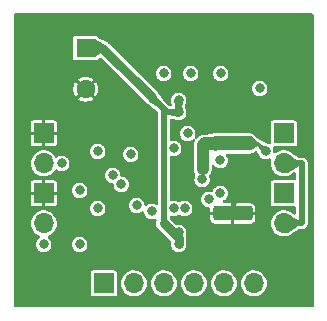
<source format=gbr>
%TF.GenerationSoftware,KiCad,Pcbnew,(7.0.0-rc1-145-gbd6d0b6cb6)*%
%TF.CreationDate,2023-03-28T23:28:49+02:00*%
%TF.ProjectId,2HBR_MINIMAL,32484252-5f4d-4494-9e49-4d414c2e6b69,rev?*%
%TF.SameCoordinates,Original*%
%TF.FileFunction,Copper,L4,Bot*%
%TF.FilePolarity,Positive*%
%FSLAX46Y46*%
G04 Gerber Fmt 4.6, Leading zero omitted, Abs format (unit mm)*
G04 Created by KiCad (PCBNEW (7.0.0-rc1-145-gbd6d0b6cb6)) date 2023-03-28 23:28:49*
%MOMM*%
%LPD*%
G01*
G04 APERTURE LIST*
G04 Aperture macros list*
%AMRoundRect*
0 Rectangle with rounded corners*
0 $1 Rounding radius*
0 $2 $3 $4 $5 $6 $7 $8 $9 X,Y pos of 4 corners*
0 Add a 4 corners polygon primitive as box body*
4,1,4,$2,$3,$4,$5,$6,$7,$8,$9,$2,$3,0*
0 Add four circle primitives for the rounded corners*
1,1,$1+$1,$2,$3*
1,1,$1+$1,$4,$5*
1,1,$1+$1,$6,$7*
1,1,$1+$1,$8,$9*
0 Add four rect primitives between the rounded corners*
20,1,$1+$1,$2,$3,$4,$5,0*
20,1,$1+$1,$4,$5,$6,$7,0*
20,1,$1+$1,$6,$7,$8,$9,0*
20,1,$1+$1,$8,$9,$2,$3,0*%
G04 Aperture macros list end*
%TA.AperFunction,ComponentPad*%
%ADD10R,1.700000X1.700000*%
%TD*%
%TA.AperFunction,ComponentPad*%
%ADD11O,1.700000X1.700000*%
%TD*%
%TA.AperFunction,ComponentPad*%
%ADD12R,1.600000X1.600000*%
%TD*%
%TA.AperFunction,ComponentPad*%
%ADD13C,1.600000*%
%TD*%
%TA.AperFunction,SMDPad,CuDef*%
%ADD14RoundRect,0.250000X-1.425000X0.362500X-1.425000X-0.362500X1.425000X-0.362500X1.425000X0.362500X0*%
%TD*%
%TA.AperFunction,ViaPad*%
%ADD15C,0.800000*%
%TD*%
%TA.AperFunction,Conductor*%
%ADD16C,0.500000*%
%TD*%
%TA.AperFunction,Conductor*%
%ADD17C,0.800000*%
%TD*%
%TA.AperFunction,Conductor*%
%ADD18C,0.400000*%
%TD*%
%TA.AperFunction,Conductor*%
%ADD19C,0.200000*%
%TD*%
%TA.AperFunction,Conductor*%
%ADD20C,1.000000*%
%TD*%
G04 APERTURE END LIST*
D10*
%TO.P,J4,1,Pin_1*%
%TO.N,GND*%
X124459999Y-106679999D03*
D11*
%TO.P,J4,2,Pin_2*%
%TO.N,VIN*%
X124459999Y-109219999D03*
%TD*%
D10*
%TO.P,J5,1,Pin_1*%
%TO.N,GND*%
X124459999Y-111759999D03*
D11*
%TO.P,J5,2,Pin_2*%
%TO.N,VIN*%
X124459999Y-114299999D03*
%TD*%
D10*
%TO.P,J6,1,Pin_1*%
%TO.N,U1-OUT1*%
X144779999Y-111759999D03*
D11*
%TO.P,J6,2,Pin_2*%
%TO.N,U1-OUT2*%
X144779999Y-114299999D03*
%TD*%
D12*
%TO.P,C8,1*%
%TO.N,VIN*%
X128015999Y-99439348D03*
D13*
%TO.P,C8,2*%
%TO.N,GND*%
X128016000Y-102939349D03*
%TD*%
D10*
%TO.P,J3,1,Pin_1*%
%TO.N,GNDA*%
X129539999Y-119379999D03*
D11*
%TO.P,J3,2,Pin_2*%
%TO.N,U1-IN2*%
X132079999Y-119379999D03*
%TO.P,J3,3,Pin_3*%
%TO.N,U1-IN1*%
X134619999Y-119379999D03*
%TO.P,J3,4,Pin_4*%
%TO.N,U1-EN*%
X137159999Y-119379999D03*
%TO.P,J3,5,Pin_5*%
%TO.N,U1-nFault*%
X139699999Y-119379999D03*
%TO.P,J3,6,Pin_6*%
%TO.N,U1-VCC*%
X142239999Y-119379999D03*
%TD*%
D10*
%TO.P,J2,1,Pin_1*%
%TO.N,U1-OUT1*%
X144779999Y-106679999D03*
D11*
%TO.P,J2,2,Pin_2*%
%TO.N,U1-OUT2*%
X144779999Y-109219999D03*
%TD*%
D14*
%TO.P,R8,1*%
%TO.N,U1-IFB*%
X140462000Y-107527500D03*
%TO.P,R8,2*%
%TO.N,GND*%
X140462000Y-113452500D03*
%TD*%
D15*
%TO.N,U1-OUT2*%
X135469500Y-113014575D03*
X136398000Y-113030000D03*
%TO.N,U1-OUT1*%
X136652000Y-106680000D03*
X135469500Y-107935364D03*
%TO.N,GNDA*%
X134620000Y-101600000D03*
X139409000Y-111760000D03*
X127508000Y-116078000D03*
X132334000Y-112776000D03*
X127508000Y-111506000D03*
X139409000Y-108966000D03*
%TO.N,U1-VCC*%
X136906000Y-101600000D03*
X129032000Y-108204000D03*
X142748000Y-102870000D03*
%TO.N,VIN*%
X135890000Y-116078000D03*
X135890000Y-115062000D03*
X133604000Y-103632000D03*
X135890000Y-104902000D03*
X124460000Y-116078000D03*
X135890000Y-103886000D03*
X125984000Y-109220000D03*
%TO.N,GND*%
X145034000Y-102362000D03*
X125730000Y-117348000D03*
X141261500Y-111760000D03*
X145034000Y-116840000D03*
X133096000Y-105918000D03*
X127254000Y-107950000D03*
X145034000Y-99314000D03*
X146050000Y-116840000D03*
X145542000Y-104140000D03*
X130556000Y-107950000D03*
X123190000Y-100584000D03*
X132080000Y-97536000D03*
X145034000Y-100838000D03*
X123190000Y-117348000D03*
X127254000Y-106680000D03*
X131572000Y-117094000D03*
X136144000Y-102616000D03*
X145034000Y-97790000D03*
X127254000Y-109220000D03*
X123190000Y-102108000D03*
X144018000Y-116840000D03*
X137414000Y-103124000D03*
X133096000Y-115062000D03*
X123190000Y-98044000D03*
X130302000Y-105918000D03*
X124460000Y-117348000D03*
X141261500Y-108966000D03*
X123190000Y-103124000D03*
X143510000Y-104140000D03*
X123190000Y-99314000D03*
X144526000Y-104140000D03*
%TO.N,U1-nFault*%
X131826000Y-108458000D03*
X139446000Y-101600000D03*
%TO.N,U1-IN2*%
X131026500Y-110998000D03*
%TO.N,U1-IN1*%
X130302000Y-110236000D03*
%TO.N,U1-EN*%
X138430000Y-112268000D03*
%TO.N,U1-IFB*%
X137869048Y-110576383D03*
X137922000Y-109728000D03*
X143256000Y-108204000D03*
X133604000Y-113284000D03*
%TO.N,U1-ISET*%
X129032000Y-113030000D03*
%TD*%
D16*
%TO.N,U1-OUT2*%
X144780000Y-114300000D02*
X146304000Y-114300000D01*
X146304000Y-114300000D02*
X146304000Y-109220000D01*
X146304000Y-109220000D02*
X144780000Y-109220000D01*
%TO.N,VIN*%
X135890000Y-104902000D02*
X135890000Y-103886000D01*
D17*
X135890000Y-115570000D02*
X134620000Y-114300000D01*
D16*
X134620000Y-104648000D02*
X133604000Y-103632000D01*
D17*
X135890000Y-116078000D02*
X135890000Y-115570000D01*
D16*
X135890000Y-104902000D02*
X134874000Y-104902000D01*
X134874000Y-104902000D02*
X133604000Y-103632000D01*
X134620000Y-114300000D02*
X134620000Y-104648000D01*
D17*
X129411349Y-99439349D02*
X133604000Y-103632000D01*
X128016000Y-99439349D02*
X129411349Y-99439349D01*
D18*
%TO.N,GND*%
X141261500Y-111760000D02*
X141261500Y-108966000D01*
X140462000Y-113452500D02*
X140462000Y-112559500D01*
X140462000Y-112559500D02*
X141261500Y-111760000D01*
D19*
%TO.N,U1-IFB*%
X140462000Y-107527500D02*
X142579500Y-107527500D01*
D20*
X137922000Y-107696000D02*
X138090500Y-107527500D01*
D19*
X142579500Y-107527500D02*
X143256000Y-108204000D01*
D20*
X137922000Y-109728000D02*
X137922000Y-107696000D01*
X138090500Y-107527500D02*
X140462000Y-107527500D01*
%TD*%
%TA.AperFunction,Conductor*%
%TO.N,GND*%
G36*
X147257500Y-96537113D02*
G01*
X147302887Y-96582500D01*
X147319500Y-96644500D01*
X147319500Y-121287500D01*
X147302887Y-121349500D01*
X147257500Y-121394887D01*
X147195500Y-121411500D01*
X122044500Y-121411500D01*
X121982500Y-121394887D01*
X121937113Y-121349500D01*
X121920500Y-121287500D01*
X121920500Y-120254674D01*
X128439500Y-120254674D01*
X128440688Y-120260649D01*
X128440689Y-120260653D01*
X128451650Y-120315759D01*
X128451651Y-120315762D01*
X128454034Y-120327740D01*
X128509399Y-120410601D01*
X128592260Y-120465966D01*
X128665326Y-120480500D01*
X130408579Y-120480500D01*
X130414674Y-120480500D01*
X130487740Y-120465966D01*
X130570601Y-120410601D01*
X130625966Y-120327740D01*
X130640500Y-120254674D01*
X130640500Y-119380000D01*
X130974785Y-119380000D01*
X130993603Y-119583083D01*
X130995171Y-119588594D01*
X130995173Y-119588604D01*
X131047847Y-119773731D01*
X131047849Y-119773737D01*
X131049418Y-119779250D01*
X131140327Y-119961821D01*
X131143779Y-119966392D01*
X131259778Y-120120001D01*
X131259783Y-120120006D01*
X131263236Y-120124579D01*
X131267472Y-120128440D01*
X131267476Y-120128445D01*
X131369227Y-120221203D01*
X131413959Y-120261981D01*
X131587363Y-120369348D01*
X131777544Y-120443024D01*
X131978024Y-120480500D01*
X132176247Y-120480500D01*
X132181976Y-120480500D01*
X132382456Y-120443024D01*
X132572637Y-120369348D01*
X132746041Y-120261981D01*
X132896764Y-120124579D01*
X133019673Y-119961821D01*
X133110582Y-119779250D01*
X133166397Y-119583083D01*
X133185215Y-119380000D01*
X133514785Y-119380000D01*
X133533603Y-119583083D01*
X133535171Y-119588594D01*
X133535173Y-119588604D01*
X133587847Y-119773731D01*
X133587849Y-119773737D01*
X133589418Y-119779250D01*
X133680327Y-119961821D01*
X133683779Y-119966392D01*
X133799778Y-120120001D01*
X133799783Y-120120006D01*
X133803236Y-120124579D01*
X133807472Y-120128440D01*
X133807476Y-120128445D01*
X133909227Y-120221203D01*
X133953959Y-120261981D01*
X134127363Y-120369348D01*
X134317544Y-120443024D01*
X134518024Y-120480500D01*
X134716247Y-120480500D01*
X134721976Y-120480500D01*
X134922456Y-120443024D01*
X135112637Y-120369348D01*
X135286041Y-120261981D01*
X135436764Y-120124579D01*
X135559673Y-119961821D01*
X135650582Y-119779250D01*
X135706397Y-119583083D01*
X135725215Y-119380000D01*
X136054785Y-119380000D01*
X136073603Y-119583083D01*
X136075171Y-119588594D01*
X136075173Y-119588604D01*
X136127847Y-119773731D01*
X136127849Y-119773737D01*
X136129418Y-119779250D01*
X136220327Y-119961821D01*
X136223779Y-119966392D01*
X136339778Y-120120001D01*
X136339783Y-120120006D01*
X136343236Y-120124579D01*
X136347472Y-120128440D01*
X136347476Y-120128445D01*
X136449227Y-120221203D01*
X136493959Y-120261981D01*
X136667363Y-120369348D01*
X136857544Y-120443024D01*
X137058024Y-120480500D01*
X137256247Y-120480500D01*
X137261976Y-120480500D01*
X137462456Y-120443024D01*
X137652637Y-120369348D01*
X137826041Y-120261981D01*
X137976764Y-120124579D01*
X138099673Y-119961821D01*
X138190582Y-119779250D01*
X138246397Y-119583083D01*
X138265215Y-119380000D01*
X138594785Y-119380000D01*
X138613603Y-119583083D01*
X138615171Y-119588594D01*
X138615173Y-119588604D01*
X138667847Y-119773731D01*
X138667849Y-119773737D01*
X138669418Y-119779250D01*
X138760327Y-119961821D01*
X138763779Y-119966392D01*
X138879778Y-120120001D01*
X138879783Y-120120006D01*
X138883236Y-120124579D01*
X138887472Y-120128440D01*
X138887476Y-120128445D01*
X138989227Y-120221203D01*
X139033959Y-120261981D01*
X139207363Y-120369348D01*
X139397544Y-120443024D01*
X139598024Y-120480500D01*
X139796247Y-120480500D01*
X139801976Y-120480500D01*
X140002456Y-120443024D01*
X140192637Y-120369348D01*
X140366041Y-120261981D01*
X140516764Y-120124579D01*
X140639673Y-119961821D01*
X140730582Y-119779250D01*
X140786397Y-119583083D01*
X140805215Y-119380000D01*
X141134785Y-119380000D01*
X141153603Y-119583083D01*
X141155171Y-119588594D01*
X141155173Y-119588604D01*
X141207847Y-119773731D01*
X141207849Y-119773737D01*
X141209418Y-119779250D01*
X141300327Y-119961821D01*
X141303779Y-119966392D01*
X141419778Y-120120001D01*
X141419783Y-120120006D01*
X141423236Y-120124579D01*
X141427472Y-120128440D01*
X141427476Y-120128445D01*
X141529227Y-120221203D01*
X141573959Y-120261981D01*
X141747363Y-120369348D01*
X141937544Y-120443024D01*
X142138024Y-120480500D01*
X142336247Y-120480500D01*
X142341976Y-120480500D01*
X142542456Y-120443024D01*
X142732637Y-120369348D01*
X142906041Y-120261981D01*
X143056764Y-120124579D01*
X143179673Y-119961821D01*
X143270582Y-119779250D01*
X143326397Y-119583083D01*
X143345215Y-119380000D01*
X143326397Y-119176917D01*
X143270582Y-118980750D01*
X143179673Y-118798179D01*
X143131176Y-118733959D01*
X143060221Y-118639998D01*
X143060217Y-118639994D01*
X143056764Y-118635421D01*
X143052527Y-118631558D01*
X143052523Y-118631554D01*
X142910275Y-118501879D01*
X142910276Y-118501879D01*
X142906041Y-118498019D01*
X142901171Y-118495004D01*
X142901169Y-118495002D01*
X142737511Y-118393670D01*
X142737512Y-118393670D01*
X142732637Y-118390652D01*
X142652356Y-118359551D01*
X142547803Y-118319047D01*
X142547798Y-118319045D01*
X142542456Y-118316976D01*
X142456029Y-118300820D01*
X142347605Y-118280552D01*
X142347602Y-118280551D01*
X142341976Y-118279500D01*
X142138024Y-118279500D01*
X142132398Y-118280551D01*
X142132394Y-118280552D01*
X141943181Y-118315922D01*
X141943178Y-118315922D01*
X141937544Y-118316976D01*
X141932203Y-118319044D01*
X141932196Y-118319047D01*
X141752705Y-118388582D01*
X141752700Y-118388584D01*
X141747363Y-118390652D01*
X141742491Y-118393668D01*
X141742488Y-118393670D01*
X141578830Y-118495002D01*
X141578822Y-118495007D01*
X141573959Y-118498019D01*
X141569728Y-118501875D01*
X141569724Y-118501879D01*
X141427476Y-118631554D01*
X141427466Y-118631564D01*
X141423236Y-118635421D01*
X141419787Y-118639987D01*
X141419778Y-118639998D01*
X141303779Y-118793607D01*
X141303776Y-118793611D01*
X141300327Y-118798179D01*
X141297774Y-118803304D01*
X141297772Y-118803309D01*
X141211976Y-118975612D01*
X141209418Y-118980750D01*
X141207850Y-118986258D01*
X141207847Y-118986268D01*
X141155173Y-119171395D01*
X141155170Y-119171406D01*
X141153603Y-119176917D01*
X141134785Y-119380000D01*
X140805215Y-119380000D01*
X140786397Y-119176917D01*
X140730582Y-118980750D01*
X140639673Y-118798179D01*
X140591176Y-118733959D01*
X140520221Y-118639998D01*
X140520217Y-118639994D01*
X140516764Y-118635421D01*
X140512527Y-118631558D01*
X140512523Y-118631554D01*
X140370275Y-118501879D01*
X140370276Y-118501879D01*
X140366041Y-118498019D01*
X140361171Y-118495004D01*
X140361169Y-118495002D01*
X140197511Y-118393670D01*
X140197512Y-118393670D01*
X140192637Y-118390652D01*
X140112356Y-118359551D01*
X140007803Y-118319047D01*
X140007798Y-118319045D01*
X140002456Y-118316976D01*
X139916029Y-118300820D01*
X139807605Y-118280552D01*
X139807602Y-118280551D01*
X139801976Y-118279500D01*
X139598024Y-118279500D01*
X139592398Y-118280551D01*
X139592394Y-118280552D01*
X139403181Y-118315922D01*
X139403178Y-118315922D01*
X139397544Y-118316976D01*
X139392203Y-118319044D01*
X139392196Y-118319047D01*
X139212705Y-118388582D01*
X139212700Y-118388584D01*
X139207363Y-118390652D01*
X139202491Y-118393668D01*
X139202488Y-118393670D01*
X139038830Y-118495002D01*
X139038822Y-118495007D01*
X139033959Y-118498019D01*
X139029728Y-118501875D01*
X139029724Y-118501879D01*
X138887476Y-118631554D01*
X138887466Y-118631564D01*
X138883236Y-118635421D01*
X138879787Y-118639987D01*
X138879778Y-118639998D01*
X138763779Y-118793607D01*
X138763776Y-118793611D01*
X138760327Y-118798179D01*
X138757774Y-118803304D01*
X138757772Y-118803309D01*
X138671976Y-118975612D01*
X138669418Y-118980750D01*
X138667850Y-118986258D01*
X138667847Y-118986268D01*
X138615173Y-119171395D01*
X138615170Y-119171406D01*
X138613603Y-119176917D01*
X138594785Y-119380000D01*
X138265215Y-119380000D01*
X138246397Y-119176917D01*
X138190582Y-118980750D01*
X138099673Y-118798179D01*
X138051176Y-118733959D01*
X137980221Y-118639998D01*
X137980217Y-118639994D01*
X137976764Y-118635421D01*
X137972527Y-118631558D01*
X137972523Y-118631554D01*
X137830275Y-118501879D01*
X137830276Y-118501879D01*
X137826041Y-118498019D01*
X137821171Y-118495004D01*
X137821169Y-118495002D01*
X137657511Y-118393670D01*
X137657512Y-118393670D01*
X137652637Y-118390652D01*
X137572356Y-118359551D01*
X137467803Y-118319047D01*
X137467798Y-118319045D01*
X137462456Y-118316976D01*
X137376029Y-118300820D01*
X137267605Y-118280552D01*
X137267602Y-118280551D01*
X137261976Y-118279500D01*
X137058024Y-118279500D01*
X137052398Y-118280551D01*
X137052394Y-118280552D01*
X136863181Y-118315922D01*
X136863178Y-118315922D01*
X136857544Y-118316976D01*
X136852203Y-118319044D01*
X136852196Y-118319047D01*
X136672705Y-118388582D01*
X136672700Y-118388584D01*
X136667363Y-118390652D01*
X136662491Y-118393668D01*
X136662488Y-118393670D01*
X136498830Y-118495002D01*
X136498822Y-118495007D01*
X136493959Y-118498019D01*
X136489728Y-118501875D01*
X136489724Y-118501879D01*
X136347476Y-118631554D01*
X136347466Y-118631564D01*
X136343236Y-118635421D01*
X136339787Y-118639987D01*
X136339778Y-118639998D01*
X136223779Y-118793607D01*
X136223776Y-118793611D01*
X136220327Y-118798179D01*
X136217774Y-118803304D01*
X136217772Y-118803309D01*
X136131976Y-118975612D01*
X136129418Y-118980750D01*
X136127850Y-118986258D01*
X136127847Y-118986268D01*
X136075173Y-119171395D01*
X136075170Y-119171406D01*
X136073603Y-119176917D01*
X136054785Y-119380000D01*
X135725215Y-119380000D01*
X135706397Y-119176917D01*
X135650582Y-118980750D01*
X135559673Y-118798179D01*
X135511176Y-118733959D01*
X135440221Y-118639998D01*
X135440217Y-118639994D01*
X135436764Y-118635421D01*
X135432527Y-118631558D01*
X135432523Y-118631554D01*
X135290275Y-118501879D01*
X135290276Y-118501879D01*
X135286041Y-118498019D01*
X135281171Y-118495004D01*
X135281169Y-118495002D01*
X135117511Y-118393670D01*
X135117512Y-118393670D01*
X135112637Y-118390652D01*
X135032356Y-118359551D01*
X134927803Y-118319047D01*
X134927798Y-118319045D01*
X134922456Y-118316976D01*
X134836029Y-118300820D01*
X134727605Y-118280552D01*
X134727602Y-118280551D01*
X134721976Y-118279500D01*
X134518024Y-118279500D01*
X134512398Y-118280551D01*
X134512394Y-118280552D01*
X134323181Y-118315922D01*
X134323178Y-118315922D01*
X134317544Y-118316976D01*
X134312203Y-118319044D01*
X134312196Y-118319047D01*
X134132705Y-118388582D01*
X134132700Y-118388584D01*
X134127363Y-118390652D01*
X134122491Y-118393668D01*
X134122488Y-118393670D01*
X133958830Y-118495002D01*
X133958822Y-118495007D01*
X133953959Y-118498019D01*
X133949728Y-118501875D01*
X133949724Y-118501879D01*
X133807476Y-118631554D01*
X133807466Y-118631564D01*
X133803236Y-118635421D01*
X133799787Y-118639987D01*
X133799778Y-118639998D01*
X133683779Y-118793607D01*
X133683776Y-118793611D01*
X133680327Y-118798179D01*
X133677774Y-118803304D01*
X133677772Y-118803309D01*
X133591976Y-118975612D01*
X133589418Y-118980750D01*
X133587850Y-118986258D01*
X133587847Y-118986268D01*
X133535173Y-119171395D01*
X133535170Y-119171406D01*
X133533603Y-119176917D01*
X133514785Y-119380000D01*
X133185215Y-119380000D01*
X133166397Y-119176917D01*
X133110582Y-118980750D01*
X133019673Y-118798179D01*
X132971176Y-118733959D01*
X132900221Y-118639998D01*
X132900217Y-118639994D01*
X132896764Y-118635421D01*
X132892527Y-118631558D01*
X132892523Y-118631554D01*
X132750275Y-118501879D01*
X132750276Y-118501879D01*
X132746041Y-118498019D01*
X132741171Y-118495004D01*
X132741169Y-118495002D01*
X132577511Y-118393670D01*
X132577512Y-118393670D01*
X132572637Y-118390652D01*
X132492356Y-118359551D01*
X132387803Y-118319047D01*
X132387798Y-118319045D01*
X132382456Y-118316976D01*
X132296029Y-118300820D01*
X132187605Y-118280552D01*
X132187602Y-118280551D01*
X132181976Y-118279500D01*
X131978024Y-118279500D01*
X131972398Y-118280551D01*
X131972394Y-118280552D01*
X131783181Y-118315922D01*
X131783178Y-118315922D01*
X131777544Y-118316976D01*
X131772203Y-118319044D01*
X131772196Y-118319047D01*
X131592705Y-118388582D01*
X131592700Y-118388584D01*
X131587363Y-118390652D01*
X131582491Y-118393668D01*
X131582488Y-118393670D01*
X131418830Y-118495002D01*
X131418822Y-118495007D01*
X131413959Y-118498019D01*
X131409728Y-118501875D01*
X131409724Y-118501879D01*
X131267476Y-118631554D01*
X131267466Y-118631564D01*
X131263236Y-118635421D01*
X131259787Y-118639987D01*
X131259778Y-118639998D01*
X131143779Y-118793607D01*
X131143776Y-118793611D01*
X131140327Y-118798179D01*
X131137774Y-118803304D01*
X131137772Y-118803309D01*
X131051976Y-118975612D01*
X131049418Y-118980750D01*
X131047850Y-118986258D01*
X131047847Y-118986268D01*
X130995173Y-119171395D01*
X130995170Y-119171406D01*
X130993603Y-119176917D01*
X130974785Y-119380000D01*
X130640500Y-119380000D01*
X130640500Y-118505326D01*
X130625966Y-118432260D01*
X130570601Y-118349399D01*
X130487740Y-118294034D01*
X130475762Y-118291651D01*
X130475759Y-118291650D01*
X130420653Y-118280689D01*
X130420649Y-118280688D01*
X130414674Y-118279500D01*
X128665326Y-118279500D01*
X128659351Y-118280688D01*
X128659346Y-118280689D01*
X128604240Y-118291650D01*
X128604235Y-118291651D01*
X128592260Y-118294034D01*
X128582105Y-118300819D01*
X128582103Y-118300820D01*
X128519551Y-118342615D01*
X128519548Y-118342617D01*
X128509399Y-118349399D01*
X128502617Y-118359548D01*
X128502615Y-118359551D01*
X128460820Y-118422103D01*
X128460819Y-118422105D01*
X128454034Y-118432260D01*
X128451651Y-118444235D01*
X128451650Y-118444240D01*
X128440689Y-118499346D01*
X128440688Y-118499351D01*
X128439500Y-118505326D01*
X128439500Y-120254674D01*
X121920500Y-120254674D01*
X121920500Y-114300000D01*
X123354785Y-114300000D01*
X123355314Y-114305709D01*
X123368942Y-114452789D01*
X123373603Y-114503083D01*
X123375171Y-114508594D01*
X123375173Y-114508604D01*
X123427847Y-114693731D01*
X123427849Y-114693737D01*
X123429418Y-114699250D01*
X123520327Y-114881821D01*
X123523779Y-114886392D01*
X123639778Y-115040001D01*
X123639783Y-115040006D01*
X123643236Y-115044579D01*
X123647472Y-115048440D01*
X123647476Y-115048445D01*
X123735848Y-115129006D01*
X123793959Y-115181981D01*
X123967363Y-115289348D01*
X123972704Y-115291417D01*
X123972708Y-115291419D01*
X124019885Y-115309695D01*
X124058479Y-115324646D01*
X124111702Y-115364320D01*
X124136834Y-115425761D01*
X124126672Y-115491362D01*
X124087439Y-115538355D01*
X124087760Y-115538717D01*
X124085370Y-115540833D01*
X124085365Y-115540838D01*
X124082153Y-115543683D01*
X124082149Y-115543687D01*
X123975127Y-115638499D01*
X123975122Y-115638503D01*
X123969517Y-115643470D01*
X123965262Y-115649634D01*
X123965257Y-115649640D01*
X123884043Y-115767300D01*
X123884040Y-115767303D01*
X123879780Y-115773477D01*
X123877120Y-115780488D01*
X123877118Y-115780494D01*
X123835282Y-115890808D01*
X123823763Y-115921182D01*
X123822859Y-115928622D01*
X123822858Y-115928629D01*
X123810411Y-116031148D01*
X123804722Y-116078000D01*
X123805626Y-116085445D01*
X123822858Y-116227370D01*
X123822859Y-116227375D01*
X123823763Y-116234818D01*
X123826422Y-116241831D01*
X123826423Y-116241832D01*
X123867962Y-116351363D01*
X123879780Y-116382523D01*
X123884043Y-116388699D01*
X123965256Y-116506358D01*
X123969517Y-116512530D01*
X123975126Y-116517499D01*
X123975127Y-116517500D01*
X124074968Y-116605951D01*
X124087760Y-116617283D01*
X124227635Y-116690696D01*
X124381015Y-116728500D01*
X124531485Y-116728500D01*
X124538985Y-116728500D01*
X124692365Y-116690696D01*
X124832240Y-116617283D01*
X124950483Y-116512530D01*
X125040220Y-116382523D01*
X125096237Y-116234818D01*
X125115278Y-116078000D01*
X126852722Y-116078000D01*
X126853626Y-116085445D01*
X126870858Y-116227370D01*
X126870859Y-116227375D01*
X126871763Y-116234818D01*
X126874422Y-116241831D01*
X126874423Y-116241832D01*
X126915962Y-116351363D01*
X126927780Y-116382523D01*
X126932043Y-116388699D01*
X127013256Y-116506358D01*
X127017517Y-116512530D01*
X127023126Y-116517499D01*
X127023127Y-116517500D01*
X127122968Y-116605951D01*
X127135760Y-116617283D01*
X127275635Y-116690696D01*
X127429015Y-116728500D01*
X127579485Y-116728500D01*
X127586985Y-116728500D01*
X127740365Y-116690696D01*
X127880240Y-116617283D01*
X127998483Y-116512530D01*
X128088220Y-116382523D01*
X128144237Y-116234818D01*
X128163278Y-116078000D01*
X128144237Y-115921182D01*
X128088220Y-115773477D01*
X127998483Y-115643470D01*
X127985201Y-115631703D01*
X127885856Y-115543692D01*
X127885852Y-115543689D01*
X127880240Y-115538717D01*
X127873595Y-115535229D01*
X127873593Y-115535228D01*
X127747006Y-115468789D01*
X127747002Y-115468787D01*
X127740365Y-115465304D01*
X127733087Y-115463510D01*
X127733084Y-115463509D01*
X127594267Y-115429294D01*
X127594260Y-115429293D01*
X127586985Y-115427500D01*
X127429015Y-115427500D01*
X127421740Y-115429292D01*
X127421732Y-115429294D01*
X127282915Y-115463509D01*
X127282909Y-115463510D01*
X127275635Y-115465304D01*
X127269000Y-115468786D01*
X127268993Y-115468789D01*
X127142406Y-115535228D01*
X127142400Y-115535231D01*
X127135760Y-115538717D01*
X127130148Y-115543687D01*
X127130143Y-115543692D01*
X127023127Y-115638499D01*
X127023122Y-115638503D01*
X127017517Y-115643470D01*
X127013262Y-115649634D01*
X127013257Y-115649640D01*
X126932043Y-115767300D01*
X126932040Y-115767303D01*
X126927780Y-115773477D01*
X126925120Y-115780488D01*
X126925118Y-115780494D01*
X126883282Y-115890808D01*
X126871763Y-115921182D01*
X126870859Y-115928622D01*
X126870858Y-115928629D01*
X126858411Y-116031148D01*
X126852722Y-116078000D01*
X125115278Y-116078000D01*
X125096237Y-115921182D01*
X125040220Y-115773477D01*
X124950483Y-115643470D01*
X124928398Y-115623905D01*
X124858224Y-115561737D01*
X124832240Y-115538717D01*
X124832240Y-115538716D01*
X124832560Y-115538354D01*
X124793329Y-115491367D01*
X124783165Y-115425765D01*
X124808296Y-115364321D01*
X124861518Y-115324647D01*
X124952637Y-115289348D01*
X125126041Y-115181981D01*
X125276764Y-115044579D01*
X125399673Y-114881821D01*
X125490582Y-114699250D01*
X125546397Y-114503083D01*
X125565215Y-114300000D01*
X125546397Y-114096917D01*
X125535397Y-114058258D01*
X125492152Y-113906268D01*
X125490582Y-113900750D01*
X125399673Y-113718179D01*
X125342671Y-113642696D01*
X125280221Y-113559998D01*
X125280217Y-113559994D01*
X125276764Y-113555421D01*
X125272527Y-113551558D01*
X125272523Y-113551554D01*
X125130275Y-113421879D01*
X125130276Y-113421879D01*
X125126041Y-113418019D01*
X125121171Y-113415004D01*
X125121169Y-113415002D01*
X124991190Y-113334523D01*
X124952637Y-113310652D01*
X124902689Y-113291302D01*
X124767803Y-113239047D01*
X124767798Y-113239045D01*
X124762456Y-113236976D01*
X124756818Y-113235922D01*
X124567605Y-113200552D01*
X124567602Y-113200551D01*
X124561976Y-113199500D01*
X124358024Y-113199500D01*
X124352398Y-113200551D01*
X124352394Y-113200552D01*
X124163181Y-113235922D01*
X124163178Y-113235922D01*
X124157544Y-113236976D01*
X124152203Y-113239044D01*
X124152196Y-113239047D01*
X123972705Y-113308582D01*
X123972700Y-113308584D01*
X123967363Y-113310652D01*
X123962491Y-113313668D01*
X123962488Y-113313670D01*
X123798830Y-113415002D01*
X123798822Y-113415007D01*
X123793959Y-113418019D01*
X123789728Y-113421875D01*
X123789724Y-113421879D01*
X123647476Y-113551554D01*
X123647466Y-113551564D01*
X123643236Y-113555421D01*
X123639787Y-113559987D01*
X123639778Y-113559998D01*
X123523779Y-113713607D01*
X123523776Y-113713611D01*
X123520327Y-113718179D01*
X123517774Y-113723304D01*
X123517772Y-113723309D01*
X123431976Y-113895612D01*
X123429418Y-113900750D01*
X123427850Y-113906258D01*
X123427847Y-113906268D01*
X123375173Y-114091395D01*
X123375170Y-114091406D01*
X123373603Y-114096917D01*
X123373073Y-114102627D01*
X123373073Y-114102632D01*
X123359780Y-114246093D01*
X123354785Y-114300000D01*
X121920500Y-114300000D01*
X121920500Y-113030000D01*
X128376722Y-113030000D01*
X128377626Y-113037445D01*
X128394858Y-113179370D01*
X128394859Y-113179375D01*
X128395763Y-113186818D01*
X128398422Y-113193831D01*
X128398423Y-113193832D01*
X128449116Y-113327500D01*
X128451780Y-113334523D01*
X128456043Y-113340699D01*
X128525149Y-113440818D01*
X128541517Y-113464530D01*
X128547126Y-113469499D01*
X128547127Y-113469500D01*
X128646283Y-113557344D01*
X128659760Y-113569283D01*
X128799635Y-113642696D01*
X128953015Y-113680500D01*
X129103485Y-113680500D01*
X129110985Y-113680500D01*
X129264365Y-113642696D01*
X129404240Y-113569283D01*
X129522483Y-113464530D01*
X129612220Y-113334523D01*
X129668237Y-113186818D01*
X129687278Y-113030000D01*
X129668237Y-112873182D01*
X129612220Y-112725477D01*
X129522483Y-112595470D01*
X129503552Y-112578699D01*
X129409856Y-112495692D01*
X129409854Y-112495690D01*
X129404240Y-112490717D01*
X129397595Y-112487229D01*
X129397593Y-112487228D01*
X129271006Y-112420789D01*
X129271002Y-112420787D01*
X129264365Y-112417304D01*
X129257087Y-112415510D01*
X129257084Y-112415509D01*
X129118267Y-112381294D01*
X129118260Y-112381293D01*
X129110985Y-112379500D01*
X128953015Y-112379500D01*
X128945740Y-112381292D01*
X128945732Y-112381294D01*
X128806915Y-112415509D01*
X128806909Y-112415510D01*
X128799635Y-112417304D01*
X128793000Y-112420786D01*
X128792993Y-112420789D01*
X128666406Y-112487228D01*
X128666400Y-112487231D01*
X128659760Y-112490717D01*
X128654148Y-112495687D01*
X128654143Y-112495692D01*
X128547127Y-112590499D01*
X128547122Y-112590503D01*
X128541517Y-112595470D01*
X128537262Y-112601634D01*
X128537257Y-112601640D01*
X128456043Y-112719300D01*
X128456040Y-112719303D01*
X128451780Y-112725477D01*
X128449120Y-112732488D01*
X128449118Y-112732494D01*
X128400113Y-112861711D01*
X128395763Y-112873182D01*
X128394859Y-112880622D01*
X128394858Y-112880629D01*
X128378070Y-113018896D01*
X128376722Y-113030000D01*
X121920500Y-113030000D01*
X121920500Y-112628528D01*
X123360000Y-112628528D01*
X123361189Y-112640604D01*
X123372122Y-112695566D01*
X123381289Y-112717699D01*
X123422975Y-112780086D01*
X123439913Y-112797024D01*
X123502300Y-112838710D01*
X123524433Y-112847877D01*
X123579395Y-112858810D01*
X123591472Y-112860000D01*
X124318674Y-112860000D01*
X124331549Y-112856549D01*
X124335000Y-112843674D01*
X124585000Y-112843674D01*
X124588450Y-112856549D01*
X124601326Y-112860000D01*
X125328528Y-112860000D01*
X125340604Y-112858810D01*
X125395566Y-112847877D01*
X125417699Y-112838710D01*
X125480086Y-112797024D01*
X125497024Y-112780086D01*
X125538710Y-112717699D01*
X125547877Y-112695566D01*
X125558810Y-112640604D01*
X125560000Y-112628528D01*
X125560000Y-111901326D01*
X125556549Y-111888450D01*
X125543674Y-111885000D01*
X124601326Y-111885000D01*
X124588450Y-111888450D01*
X124585000Y-111901326D01*
X124585000Y-112843674D01*
X124335000Y-112843674D01*
X124335000Y-111901326D01*
X124331549Y-111888450D01*
X124318674Y-111885000D01*
X123376326Y-111885000D01*
X123363450Y-111888450D01*
X123360000Y-111901326D01*
X123360000Y-112628528D01*
X121920500Y-112628528D01*
X121920500Y-111618674D01*
X123360000Y-111618674D01*
X123363450Y-111631549D01*
X123376326Y-111635000D01*
X124318674Y-111635000D01*
X124331549Y-111631549D01*
X124335000Y-111618674D01*
X124585000Y-111618674D01*
X124588450Y-111631549D01*
X124601326Y-111635000D01*
X125543674Y-111635000D01*
X125556549Y-111631549D01*
X125560000Y-111618674D01*
X125560000Y-111506000D01*
X126852722Y-111506000D01*
X126853626Y-111513445D01*
X126870858Y-111655370D01*
X126870859Y-111655375D01*
X126871763Y-111662818D01*
X126874422Y-111669831D01*
X126874423Y-111669832D01*
X126911442Y-111767445D01*
X126927780Y-111810523D01*
X126932043Y-111816699D01*
X127001149Y-111916818D01*
X127017517Y-111940530D01*
X127135760Y-112045283D01*
X127275635Y-112118696D01*
X127429015Y-112156500D01*
X127579485Y-112156500D01*
X127586985Y-112156500D01*
X127740365Y-112118696D01*
X127880240Y-112045283D01*
X127998483Y-111940530D01*
X128088220Y-111810523D01*
X128144237Y-111662818D01*
X128163278Y-111506000D01*
X128144237Y-111349182D01*
X128088220Y-111201477D01*
X127998483Y-111071470D01*
X127930128Y-111010913D01*
X127885856Y-110971692D01*
X127885854Y-110971690D01*
X127880240Y-110966717D01*
X127873595Y-110963229D01*
X127873593Y-110963228D01*
X127747006Y-110896789D01*
X127747002Y-110896787D01*
X127740365Y-110893304D01*
X127733087Y-110891510D01*
X127733084Y-110891509D01*
X127594267Y-110857294D01*
X127594260Y-110857293D01*
X127586985Y-110855500D01*
X127429015Y-110855500D01*
X127421740Y-110857292D01*
X127421732Y-110857294D01*
X127282915Y-110891509D01*
X127282909Y-110891510D01*
X127275635Y-110893304D01*
X127269000Y-110896786D01*
X127268993Y-110896789D01*
X127142406Y-110963228D01*
X127142400Y-110963231D01*
X127135760Y-110966717D01*
X127130148Y-110971687D01*
X127130143Y-110971692D01*
X127023127Y-111066499D01*
X127023122Y-111066503D01*
X127017517Y-111071470D01*
X127013262Y-111077634D01*
X127013257Y-111077640D01*
X126932043Y-111195300D01*
X126932040Y-111195303D01*
X126927780Y-111201477D01*
X126925120Y-111208488D01*
X126925118Y-111208494D01*
X126874423Y-111342167D01*
X126871763Y-111349182D01*
X126870859Y-111356622D01*
X126870858Y-111356629D01*
X126854070Y-111494896D01*
X126852722Y-111506000D01*
X125560000Y-111506000D01*
X125560000Y-110891472D01*
X125558810Y-110879395D01*
X125547877Y-110824433D01*
X125538710Y-110802300D01*
X125497024Y-110739913D01*
X125480086Y-110722975D01*
X125417699Y-110681289D01*
X125395566Y-110672122D01*
X125340604Y-110661189D01*
X125328528Y-110660000D01*
X124601326Y-110660000D01*
X124588450Y-110663450D01*
X124585000Y-110676326D01*
X124585000Y-111618674D01*
X124335000Y-111618674D01*
X124335000Y-110676326D01*
X124331549Y-110663450D01*
X124318674Y-110660000D01*
X123591472Y-110660000D01*
X123579395Y-110661189D01*
X123524433Y-110672122D01*
X123502300Y-110681289D01*
X123439913Y-110722975D01*
X123422975Y-110739913D01*
X123381289Y-110802300D01*
X123372122Y-110824433D01*
X123361189Y-110879395D01*
X123360000Y-110891472D01*
X123360000Y-111618674D01*
X121920500Y-111618674D01*
X121920500Y-109220000D01*
X123354785Y-109220000D01*
X123355314Y-109225709D01*
X123371973Y-109405500D01*
X123373603Y-109423083D01*
X123375171Y-109428594D01*
X123375173Y-109428604D01*
X123427847Y-109613731D01*
X123427849Y-109613737D01*
X123429418Y-109619250D01*
X123446985Y-109654530D01*
X123512831Y-109786768D01*
X123520327Y-109801821D01*
X123524721Y-109807640D01*
X123639778Y-109960001D01*
X123639783Y-109960006D01*
X123643236Y-109964579D01*
X123647472Y-109968440D01*
X123647476Y-109968445D01*
X123708718Y-110024274D01*
X123793959Y-110101981D01*
X123967363Y-110209348D01*
X124157544Y-110283024D01*
X124358024Y-110320500D01*
X124556247Y-110320500D01*
X124561976Y-110320500D01*
X124762456Y-110283024D01*
X124883840Y-110236000D01*
X129646722Y-110236000D01*
X129647626Y-110243445D01*
X129664858Y-110385370D01*
X129664859Y-110385375D01*
X129665763Y-110392818D01*
X129721780Y-110540523D01*
X129726043Y-110546699D01*
X129804248Y-110660000D01*
X129811517Y-110670530D01*
X129817126Y-110675499D01*
X129817127Y-110675500D01*
X129873851Y-110725753D01*
X129929760Y-110775283D01*
X130069635Y-110848696D01*
X130223015Y-110886500D01*
X130230515Y-110886500D01*
X130248126Y-110886500D01*
X130310126Y-110903113D01*
X130355513Y-110948500D01*
X130368853Y-110998287D01*
X130371222Y-110998000D01*
X130389358Y-111147370D01*
X130389359Y-111147375D01*
X130390263Y-111154818D01*
X130392922Y-111161831D01*
X130392923Y-111161832D01*
X130417593Y-111226883D01*
X130446280Y-111302523D01*
X130450543Y-111308699D01*
X130483626Y-111356629D01*
X130536017Y-111432530D01*
X130654260Y-111537283D01*
X130794135Y-111610696D01*
X130947515Y-111648500D01*
X131097985Y-111648500D01*
X131105485Y-111648500D01*
X131258865Y-111610696D01*
X131398740Y-111537283D01*
X131516983Y-111432530D01*
X131606720Y-111302523D01*
X131662737Y-111154818D01*
X131681778Y-110998000D01*
X131662737Y-110841182D01*
X131606720Y-110693477D01*
X131516983Y-110563470D01*
X131398740Y-110458717D01*
X131392095Y-110455229D01*
X131392093Y-110455228D01*
X131265506Y-110388789D01*
X131265502Y-110388787D01*
X131258865Y-110385304D01*
X131251587Y-110383510D01*
X131251584Y-110383509D01*
X131112767Y-110349294D01*
X131112760Y-110349293D01*
X131105485Y-110347500D01*
X131080374Y-110347500D01*
X131018374Y-110330887D01*
X130972987Y-110285500D01*
X130959646Y-110235712D01*
X130957278Y-110236000D01*
X130938237Y-110079182D01*
X130882220Y-109931477D01*
X130814037Y-109832696D01*
X130796742Y-109807640D01*
X130796741Y-109807639D01*
X130792483Y-109801470D01*
X130762918Y-109775278D01*
X130679856Y-109701692D01*
X130679854Y-109701690D01*
X130674240Y-109696717D01*
X130667595Y-109693229D01*
X130667593Y-109693228D01*
X130541006Y-109626789D01*
X130541002Y-109626787D01*
X130534365Y-109623304D01*
X130527087Y-109621510D01*
X130527084Y-109621509D01*
X130388267Y-109587294D01*
X130388260Y-109587293D01*
X130380985Y-109585500D01*
X130223015Y-109585500D01*
X130215740Y-109587292D01*
X130215732Y-109587294D01*
X130076915Y-109621509D01*
X130076909Y-109621510D01*
X130069635Y-109623304D01*
X130063000Y-109626786D01*
X130062993Y-109626789D01*
X129936406Y-109693228D01*
X129936400Y-109693231D01*
X129929760Y-109696717D01*
X129924148Y-109701687D01*
X129924143Y-109701692D01*
X129817127Y-109796499D01*
X129817122Y-109796503D01*
X129811517Y-109801470D01*
X129807262Y-109807634D01*
X129807257Y-109807640D01*
X129726043Y-109925300D01*
X129726040Y-109925303D01*
X129721780Y-109931477D01*
X129719120Y-109938488D01*
X129719118Y-109938494D01*
X129669687Y-110068834D01*
X129665763Y-110079182D01*
X129664859Y-110086622D01*
X129664858Y-110086629D01*
X129651652Y-110195398D01*
X129646722Y-110236000D01*
X124883840Y-110236000D01*
X124952637Y-110209348D01*
X125126041Y-110101981D01*
X125276764Y-109964579D01*
X125399673Y-109801821D01*
X125407168Y-109786766D01*
X125443088Y-109743350D01*
X125494515Y-109720311D01*
X125550826Y-109722411D01*
X125600394Y-109749215D01*
X125606139Y-109754304D01*
X125606142Y-109754306D01*
X125611760Y-109759283D01*
X125751635Y-109832696D01*
X125905015Y-109870500D01*
X126055485Y-109870500D01*
X126062985Y-109870500D01*
X126216365Y-109832696D01*
X126356240Y-109759283D01*
X126474483Y-109654530D01*
X126564220Y-109524523D01*
X126620237Y-109376818D01*
X126639278Y-109220000D01*
X126620237Y-109063182D01*
X126564220Y-108915477D01*
X126495990Y-108816629D01*
X126478742Y-108791640D01*
X126478741Y-108791639D01*
X126474483Y-108785470D01*
X126440659Y-108755505D01*
X126361856Y-108685692D01*
X126361854Y-108685690D01*
X126356240Y-108680717D01*
X126349595Y-108677229D01*
X126349593Y-108677228D01*
X126223006Y-108610789D01*
X126223002Y-108610787D01*
X126216365Y-108607304D01*
X126209087Y-108605510D01*
X126209084Y-108605509D01*
X126070267Y-108571294D01*
X126070260Y-108571293D01*
X126062985Y-108569500D01*
X125905015Y-108569500D01*
X125897740Y-108571292D01*
X125897732Y-108571294D01*
X125758915Y-108605509D01*
X125758909Y-108605510D01*
X125751635Y-108607304D01*
X125745000Y-108610786D01*
X125744993Y-108610789D01*
X125618406Y-108677228D01*
X125618400Y-108677231D01*
X125611760Y-108680717D01*
X125606147Y-108685688D01*
X125606139Y-108685695D01*
X125600390Y-108690788D01*
X125550823Y-108717589D01*
X125494513Y-108719687D01*
X125443089Y-108696650D01*
X125407169Y-108653234D01*
X125399673Y-108638179D01*
X125376407Y-108607370D01*
X125280221Y-108479998D01*
X125280217Y-108479994D01*
X125276764Y-108475421D01*
X125272527Y-108471558D01*
X125272523Y-108471554D01*
X125132817Y-108344196D01*
X125126041Y-108338019D01*
X125121171Y-108335004D01*
X125121169Y-108335002D01*
X124957511Y-108233670D01*
X124957512Y-108233670D01*
X124952637Y-108230652D01*
X124903058Y-108211445D01*
X124883840Y-108204000D01*
X128376722Y-108204000D01*
X128377626Y-108211445D01*
X128394858Y-108353370D01*
X128394859Y-108353375D01*
X128395763Y-108360818D01*
X128398422Y-108367831D01*
X128398423Y-108367832D01*
X128439245Y-108475473D01*
X128451780Y-108508523D01*
X128456043Y-108514699D01*
X128531006Y-108623303D01*
X128541517Y-108638530D01*
X128547126Y-108643499D01*
X128547127Y-108643500D01*
X128645837Y-108730949D01*
X128659760Y-108743283D01*
X128799635Y-108816696D01*
X128953015Y-108854500D01*
X129103485Y-108854500D01*
X129110985Y-108854500D01*
X129264365Y-108816696D01*
X129404240Y-108743283D01*
X129522483Y-108638530D01*
X129612220Y-108508523D01*
X129631381Y-108458000D01*
X131170722Y-108458000D01*
X131171626Y-108465445D01*
X131188858Y-108607370D01*
X131188859Y-108607375D01*
X131189763Y-108614818D01*
X131192422Y-108621831D01*
X131192423Y-108621832D01*
X131240976Y-108749858D01*
X131245780Y-108762523D01*
X131250043Y-108768699D01*
X131302403Y-108844557D01*
X131335517Y-108892530D01*
X131341126Y-108897499D01*
X131341127Y-108897500D01*
X131396580Y-108946627D01*
X131453760Y-108997283D01*
X131593635Y-109070696D01*
X131747015Y-109108500D01*
X131897485Y-109108500D01*
X131904985Y-109108500D01*
X132058365Y-109070696D01*
X132198240Y-108997283D01*
X132316483Y-108892530D01*
X132406220Y-108762523D01*
X132462237Y-108614818D01*
X132481278Y-108458000D01*
X132462237Y-108301182D01*
X132406220Y-108153477D01*
X132316483Y-108023470D01*
X132198240Y-107918717D01*
X132191595Y-107915229D01*
X132191593Y-107915228D01*
X132065006Y-107848789D01*
X132065002Y-107848787D01*
X132058365Y-107845304D01*
X132051087Y-107843510D01*
X132051084Y-107843509D01*
X131912267Y-107809294D01*
X131912260Y-107809293D01*
X131904985Y-107807500D01*
X131747015Y-107807500D01*
X131739740Y-107809292D01*
X131739732Y-107809294D01*
X131600915Y-107843509D01*
X131600909Y-107843510D01*
X131593635Y-107845304D01*
X131587000Y-107848786D01*
X131586993Y-107848789D01*
X131460406Y-107915228D01*
X131460400Y-107915231D01*
X131453760Y-107918717D01*
X131448148Y-107923687D01*
X131448143Y-107923692D01*
X131341127Y-108018499D01*
X131341122Y-108018503D01*
X131335517Y-108023470D01*
X131331262Y-108029634D01*
X131331257Y-108029640D01*
X131250043Y-108147300D01*
X131250040Y-108147303D01*
X131245780Y-108153477D01*
X131243120Y-108160488D01*
X131243118Y-108160494D01*
X131194756Y-108288016D01*
X131189763Y-108301182D01*
X131188859Y-108308622D01*
X131188858Y-108308629D01*
X131174520Y-108426717D01*
X131170722Y-108458000D01*
X129631381Y-108458000D01*
X129668237Y-108360818D01*
X129687278Y-108204000D01*
X129668237Y-108047182D01*
X129612220Y-107899477D01*
X129533888Y-107785993D01*
X129526742Y-107775640D01*
X129526741Y-107775639D01*
X129522483Y-107769470D01*
X129510867Y-107759179D01*
X129409856Y-107669692D01*
X129409854Y-107669690D01*
X129404240Y-107664717D01*
X129397595Y-107661229D01*
X129397593Y-107661228D01*
X129271006Y-107594789D01*
X129271002Y-107594787D01*
X129264365Y-107591304D01*
X129257087Y-107589510D01*
X129257084Y-107589509D01*
X129118267Y-107555294D01*
X129118260Y-107555293D01*
X129110985Y-107553500D01*
X128953015Y-107553500D01*
X128945740Y-107555292D01*
X128945732Y-107555294D01*
X128806915Y-107589509D01*
X128806909Y-107589510D01*
X128799635Y-107591304D01*
X128793000Y-107594786D01*
X128792993Y-107594789D01*
X128666406Y-107661228D01*
X128666400Y-107661231D01*
X128659760Y-107664717D01*
X128654148Y-107669687D01*
X128654143Y-107669692D01*
X128547127Y-107764499D01*
X128547122Y-107764503D01*
X128541517Y-107769470D01*
X128537262Y-107775634D01*
X128537257Y-107775640D01*
X128456043Y-107893300D01*
X128456040Y-107893303D01*
X128451780Y-107899477D01*
X128449120Y-107906488D01*
X128449118Y-107906494D01*
X128398423Y-108040167D01*
X128395763Y-108047182D01*
X128394859Y-108054622D01*
X128394858Y-108054629D01*
X128381773Y-108162400D01*
X128376722Y-108204000D01*
X124883840Y-108204000D01*
X124767803Y-108159047D01*
X124767798Y-108159045D01*
X124762456Y-108156976D01*
X124710694Y-108147300D01*
X124567605Y-108120552D01*
X124567602Y-108120551D01*
X124561976Y-108119500D01*
X124358024Y-108119500D01*
X124352398Y-108120551D01*
X124352394Y-108120552D01*
X124163181Y-108155922D01*
X124163178Y-108155922D01*
X124157544Y-108156976D01*
X124152203Y-108159044D01*
X124152196Y-108159047D01*
X123972705Y-108228582D01*
X123972700Y-108228584D01*
X123967363Y-108230652D01*
X123962491Y-108233668D01*
X123962488Y-108233670D01*
X123798830Y-108335002D01*
X123798822Y-108335007D01*
X123793959Y-108338019D01*
X123789728Y-108341875D01*
X123789724Y-108341879D01*
X123647476Y-108471554D01*
X123647466Y-108471564D01*
X123643236Y-108475421D01*
X123639787Y-108479987D01*
X123639778Y-108479998D01*
X123523779Y-108633607D01*
X123523776Y-108633611D01*
X123520327Y-108638179D01*
X123517774Y-108643304D01*
X123517772Y-108643309D01*
X123439535Y-108800432D01*
X123429418Y-108820750D01*
X123427850Y-108826258D01*
X123427847Y-108826268D01*
X123375173Y-109011395D01*
X123375172Y-109011402D01*
X123373603Y-109016917D01*
X123373073Y-109022627D01*
X123373073Y-109022632D01*
X123361453Y-109148039D01*
X123354785Y-109220000D01*
X121920500Y-109220000D01*
X121920500Y-107548528D01*
X123360000Y-107548528D01*
X123361189Y-107560604D01*
X123372122Y-107615566D01*
X123381289Y-107637699D01*
X123422975Y-107700086D01*
X123439913Y-107717024D01*
X123502300Y-107758710D01*
X123524433Y-107767877D01*
X123579395Y-107778810D01*
X123591472Y-107780000D01*
X124318674Y-107780000D01*
X124331549Y-107776549D01*
X124335000Y-107763674D01*
X124585000Y-107763674D01*
X124588450Y-107776549D01*
X124601326Y-107780000D01*
X125328528Y-107780000D01*
X125340604Y-107778810D01*
X125395566Y-107767877D01*
X125417699Y-107758710D01*
X125480086Y-107717024D01*
X125497024Y-107700086D01*
X125538710Y-107637699D01*
X125547877Y-107615566D01*
X125558810Y-107560604D01*
X125560000Y-107548528D01*
X125560000Y-106821326D01*
X125556549Y-106808450D01*
X125543674Y-106805000D01*
X124601326Y-106805000D01*
X124588450Y-106808450D01*
X124585000Y-106821326D01*
X124585000Y-107763674D01*
X124335000Y-107763674D01*
X124335000Y-106821326D01*
X124331549Y-106808450D01*
X124318674Y-106805000D01*
X123376326Y-106805000D01*
X123363450Y-106808450D01*
X123360000Y-106821326D01*
X123360000Y-107548528D01*
X121920500Y-107548528D01*
X121920500Y-106538674D01*
X123360000Y-106538674D01*
X123363450Y-106551549D01*
X123376326Y-106555000D01*
X124318674Y-106555000D01*
X124331549Y-106551549D01*
X124335000Y-106538674D01*
X124585000Y-106538674D01*
X124588450Y-106551549D01*
X124601326Y-106555000D01*
X125543674Y-106555000D01*
X125556549Y-106551549D01*
X125560000Y-106538674D01*
X125560000Y-105811472D01*
X125558810Y-105799395D01*
X125547877Y-105744433D01*
X125538710Y-105722300D01*
X125497024Y-105659913D01*
X125480086Y-105642975D01*
X125417699Y-105601289D01*
X125395566Y-105592122D01*
X125340604Y-105581189D01*
X125328528Y-105580000D01*
X124601326Y-105580000D01*
X124588450Y-105583450D01*
X124585000Y-105596326D01*
X124585000Y-106538674D01*
X124335000Y-106538674D01*
X124335000Y-105596326D01*
X124331549Y-105583450D01*
X124318674Y-105580000D01*
X123591472Y-105580000D01*
X123579395Y-105581189D01*
X123524433Y-105592122D01*
X123502300Y-105601289D01*
X123439913Y-105642975D01*
X123422975Y-105659913D01*
X123381289Y-105722300D01*
X123372122Y-105744433D01*
X123361189Y-105799395D01*
X123360000Y-105811472D01*
X123360000Y-106538674D01*
X121920500Y-106538674D01*
X121920500Y-103764811D01*
X127372644Y-103764811D01*
X127380456Y-103776099D01*
X127425115Y-103812749D01*
X127435206Y-103819492D01*
X127606865Y-103911245D01*
X127618065Y-103915884D01*
X127804333Y-103972388D01*
X127816228Y-103974754D01*
X128009939Y-103993833D01*
X128022061Y-103993833D01*
X128215771Y-103974754D01*
X128227666Y-103972388D01*
X128413934Y-103915884D01*
X128425134Y-103911245D01*
X128596795Y-103819491D01*
X128606883Y-103812749D01*
X128651541Y-103776100D01*
X128659354Y-103764810D01*
X128652687Y-103752813D01*
X128027542Y-103127668D01*
X128015999Y-103121004D01*
X128004457Y-103127668D01*
X127379312Y-103752812D01*
X127372644Y-103764811D01*
X121920500Y-103764811D01*
X121920500Y-102945410D01*
X126961516Y-102945410D01*
X126980594Y-103139120D01*
X126982960Y-103151015D01*
X127039464Y-103337283D01*
X127044103Y-103348483D01*
X127135856Y-103520142D01*
X127142599Y-103530234D01*
X127179248Y-103574891D01*
X127190536Y-103582703D01*
X127202535Y-103576035D01*
X127827680Y-102950891D01*
X127834344Y-102939349D01*
X128197655Y-102939349D01*
X128204319Y-102950891D01*
X128829464Y-103576036D01*
X128841461Y-103582703D01*
X128852751Y-103574890D01*
X128889400Y-103530232D01*
X128896142Y-103520144D01*
X128987896Y-103348483D01*
X128992535Y-103337283D01*
X129049039Y-103151015D01*
X129051405Y-103139120D01*
X129070484Y-102945410D01*
X129070484Y-102933288D01*
X129051405Y-102739577D01*
X129049039Y-102727682D01*
X128992535Y-102541414D01*
X128987896Y-102530214D01*
X128896143Y-102358555D01*
X128889400Y-102348464D01*
X128852750Y-102303805D01*
X128841462Y-102295993D01*
X128829463Y-102302661D01*
X128204319Y-102927806D01*
X128197655Y-102939349D01*
X127834344Y-102939349D01*
X127827680Y-102927806D01*
X127202535Y-102302661D01*
X127190536Y-102295993D01*
X127179247Y-102303807D01*
X127142599Y-102348464D01*
X127135858Y-102358552D01*
X127044103Y-102530214D01*
X127039464Y-102541414D01*
X126982960Y-102727682D01*
X126980594Y-102739577D01*
X126961516Y-102933288D01*
X126961516Y-102945410D01*
X121920500Y-102945410D01*
X121920500Y-102113885D01*
X127372644Y-102113885D01*
X127379312Y-102125884D01*
X128004457Y-102751029D01*
X128016000Y-102757693D01*
X128027542Y-102751029D01*
X128652686Y-102125884D01*
X128659354Y-102113885D01*
X128651542Y-102102597D01*
X128606885Y-102065948D01*
X128596793Y-102059205D01*
X128425134Y-101967452D01*
X128413934Y-101962813D01*
X128227666Y-101906309D01*
X128215771Y-101903943D01*
X128022061Y-101884865D01*
X128009939Y-101884865D01*
X127816228Y-101903943D01*
X127804333Y-101906309D01*
X127618065Y-101962813D01*
X127606865Y-101967452D01*
X127435203Y-102059207D01*
X127425115Y-102065948D01*
X127380458Y-102102596D01*
X127372644Y-102113885D01*
X121920500Y-102113885D01*
X121920500Y-100264023D01*
X126965500Y-100264023D01*
X126966688Y-100269998D01*
X126966689Y-100270002D01*
X126977650Y-100325108D01*
X126977651Y-100325111D01*
X126980034Y-100337089D01*
X127035399Y-100419950D01*
X127118260Y-100475315D01*
X127191326Y-100489849D01*
X128800658Y-100489849D01*
X128800658Y-100489970D01*
X128800920Y-100489911D01*
X128803211Y-100490459D01*
X128807779Y-100489849D01*
X128840674Y-100489849D01*
X128913740Y-100475315D01*
X128952739Y-100449256D01*
X128962159Y-100443552D01*
X128985558Y-100430770D01*
X129172777Y-100278260D01*
X129227196Y-100252724D01*
X129287231Y-100255783D01*
X129338773Y-100286719D01*
X133094257Y-104042203D01*
X133108621Y-104059437D01*
X133113517Y-104066530D01*
X133119126Y-104071499D01*
X133119127Y-104071500D01*
X133155133Y-104103398D01*
X133160587Y-104108533D01*
X133172965Y-104120911D01*
X133179547Y-104126016D01*
X133181595Y-104127751D01*
X133181605Y-104127739D01*
X133185155Y-104130569D01*
X133188486Y-104133649D01*
X133191373Y-104135624D01*
X133194027Y-104137854D01*
X133231760Y-104171283D01*
X133238402Y-104174769D01*
X133241045Y-104176156D01*
X133259422Y-104187974D01*
X133270236Y-104196362D01*
X133277400Y-104199462D01*
X133286253Y-104203293D01*
X133307029Y-104214757D01*
X133840619Y-104579844D01*
X133840138Y-104580546D01*
X133859214Y-104595028D01*
X134083181Y-104818995D01*
X134110061Y-104859223D01*
X134119500Y-104906676D01*
X134119500Y-112614785D01*
X134103506Y-112675701D01*
X134059649Y-112720902D01*
X133999244Y-112738728D01*
X133937874Y-112724581D01*
X133903711Y-112706650D01*
X133843006Y-112674789D01*
X133843002Y-112674787D01*
X133836365Y-112671304D01*
X133829087Y-112669510D01*
X133829084Y-112669509D01*
X133690267Y-112635294D01*
X133690260Y-112635293D01*
X133682985Y-112633500D01*
X133525015Y-112633500D01*
X133517740Y-112635292D01*
X133517732Y-112635294D01*
X133378915Y-112669509D01*
X133378909Y-112669510D01*
X133371635Y-112671304D01*
X133365000Y-112674786D01*
X133364993Y-112674789D01*
X133238406Y-112741228D01*
X133238400Y-112741231D01*
X133231760Y-112744717D01*
X133226147Y-112749688D01*
X133226139Y-112749695D01*
X133186241Y-112785041D01*
X133126366Y-112814193D01*
X133060043Y-112808165D01*
X133006404Y-112768696D01*
X132980920Y-112707172D01*
X132970237Y-112619182D01*
X132914220Y-112471477D01*
X132824483Y-112341470D01*
X132801769Y-112321347D01*
X132711856Y-112241692D01*
X132711854Y-112241690D01*
X132706240Y-112236717D01*
X132699595Y-112233229D01*
X132699593Y-112233228D01*
X132573006Y-112166789D01*
X132573002Y-112166787D01*
X132566365Y-112163304D01*
X132559087Y-112161510D01*
X132559084Y-112161509D01*
X132420267Y-112127294D01*
X132420260Y-112127293D01*
X132412985Y-112125500D01*
X132255015Y-112125500D01*
X132247740Y-112127292D01*
X132247732Y-112127294D01*
X132108915Y-112161509D01*
X132108909Y-112161510D01*
X132101635Y-112163304D01*
X132095000Y-112166786D01*
X132094993Y-112166789D01*
X131968406Y-112233228D01*
X131968400Y-112233231D01*
X131961760Y-112236717D01*
X131956148Y-112241687D01*
X131956143Y-112241692D01*
X131849127Y-112336499D01*
X131849122Y-112336503D01*
X131843517Y-112341470D01*
X131839262Y-112347634D01*
X131839257Y-112347640D01*
X131758043Y-112465300D01*
X131758040Y-112465303D01*
X131753780Y-112471477D01*
X131751120Y-112478488D01*
X131751118Y-112478494D01*
X131700423Y-112612167D01*
X131697763Y-112619182D01*
X131696859Y-112626622D01*
X131696858Y-112626629D01*
X131683104Y-112739907D01*
X131678722Y-112776000D01*
X131679626Y-112783445D01*
X131696858Y-112925370D01*
X131696859Y-112925375D01*
X131697763Y-112932818D01*
X131700422Y-112939831D01*
X131700423Y-112939832D01*
X131740490Y-113045482D01*
X131753780Y-113080523D01*
X131758043Y-113086699D01*
X131836629Y-113200552D01*
X131843517Y-113210530D01*
X131961760Y-113315283D01*
X132101635Y-113388696D01*
X132255015Y-113426500D01*
X132405485Y-113426500D01*
X132412985Y-113426500D01*
X132566365Y-113388696D01*
X132706240Y-113315283D01*
X132751756Y-113274959D01*
X132811631Y-113245806D01*
X132877954Y-113251833D01*
X132931594Y-113291302D01*
X132957079Y-113352828D01*
X132966858Y-113433371D01*
X132966859Y-113433377D01*
X132967763Y-113440818D01*
X132970422Y-113447831D01*
X132970423Y-113447832D01*
X133019599Y-113577500D01*
X133023780Y-113588523D01*
X133028043Y-113594699D01*
X133088499Y-113682286D01*
X133113517Y-113718530D01*
X133231760Y-113823283D01*
X133371635Y-113896696D01*
X133525015Y-113934500D01*
X133675485Y-113934500D01*
X133682985Y-113934500D01*
X133836365Y-113896696D01*
X133844982Y-113892173D01*
X133846976Y-113891704D01*
X133850018Y-113890551D01*
X133850170Y-113890953D01*
X133905302Y-113877995D01*
X133964953Y-113894776D01*
X134009036Y-113938325D01*
X134026542Y-113997767D01*
X134013099Y-114058258D01*
X134006633Y-114070948D01*
X134006629Y-114070956D01*
X134003092Y-114077900D01*
X134001391Y-114085507D01*
X134001391Y-114085509D01*
X133968941Y-114230681D01*
X133968940Y-114230689D01*
X133967240Y-114238296D01*
X133967485Y-114246092D01*
X133967485Y-114246093D01*
X133972157Y-114394770D01*
X133972158Y-114394776D01*
X133972403Y-114402569D01*
X133974578Y-114410058D01*
X133974579Y-114410059D01*
X134001155Y-114501537D01*
X134018256Y-114560398D01*
X134022229Y-114567116D01*
X134097946Y-114695148D01*
X134097948Y-114695151D01*
X134101919Y-114701865D01*
X134107437Y-114707383D01*
X135203181Y-115803127D01*
X135230061Y-115843355D01*
X135239500Y-115890808D01*
X135239500Y-116031148D01*
X135238595Y-116046094D01*
X135234722Y-116078000D01*
X135235626Y-116085445D01*
X135235626Y-116085447D01*
X135239370Y-116116285D01*
X135239500Y-116117698D01*
X135239500Y-116118925D01*
X135244392Y-116157655D01*
X135244438Y-116158026D01*
X135252859Y-116227378D01*
X135253763Y-116234818D01*
X135254329Y-116236311D01*
X135254929Y-116241058D01*
X135283116Y-116312251D01*
X135283731Y-116313840D01*
X135309780Y-116382523D01*
X135312379Y-116386289D01*
X135312559Y-116386616D01*
X135315432Y-116393871D01*
X135320014Y-116400178D01*
X135320016Y-116400181D01*
X135358196Y-116452732D01*
X135359926Y-116455175D01*
X135395256Y-116506358D01*
X135395257Y-116506359D01*
X135399517Y-116512530D01*
X135404062Y-116516556D01*
X135406063Y-116519047D01*
X135407452Y-116520526D01*
X135412037Y-116526837D01*
X135465256Y-116570863D01*
X135468439Y-116573589D01*
X135517760Y-116617283D01*
X135524403Y-116620769D01*
X135527084Y-116622620D01*
X135530908Y-116625513D01*
X135532659Y-116626624D01*
X135538674Y-116631600D01*
X135565652Y-116644295D01*
X135597776Y-116659411D01*
X135602567Y-116661793D01*
X135657635Y-116690696D01*
X135664919Y-116692491D01*
X135671935Y-116695152D01*
X135671798Y-116695511D01*
X135672891Y-116695898D01*
X135672909Y-116695846D01*
X135680323Y-116698254D01*
X135687387Y-116701579D01*
X135747887Y-116713120D01*
X135754277Y-116714515D01*
X135811015Y-116728500D01*
X135818521Y-116728500D01*
X135824584Y-116729236D01*
X135840023Y-116730696D01*
X135848830Y-116732376D01*
X135906542Y-116728745D01*
X135914329Y-116728500D01*
X135961485Y-116728500D01*
X135968985Y-116728500D01*
X135978251Y-116726215D01*
X136000149Y-116722855D01*
X136012860Y-116722056D01*
X136064294Y-116705343D01*
X136072909Y-116702884D01*
X136122365Y-116690696D01*
X136134153Y-116684508D01*
X136153476Y-116676367D01*
X136154294Y-116676100D01*
X136169171Y-116671268D01*
X136211680Y-116644289D01*
X136220469Y-116639205D01*
X136262240Y-116617283D01*
X136275035Y-116605946D01*
X136290810Y-116594072D01*
X136307940Y-116583202D01*
X136339837Y-116549234D01*
X136347984Y-116541320D01*
X136380483Y-116512530D01*
X136392333Y-116495360D01*
X136403991Y-116480916D01*
X136420448Y-116463393D01*
X136441090Y-116425844D01*
X136447682Y-116415174D01*
X136470220Y-116382523D01*
X136478952Y-116359497D01*
X136486231Y-116343733D01*
X136499627Y-116319368D01*
X136509349Y-116281499D01*
X136513508Y-116268382D01*
X136521122Y-116248304D01*
X136526237Y-116234818D01*
X136529659Y-116206627D01*
X136532645Y-116190768D01*
X136540500Y-116160177D01*
X136540500Y-116124852D01*
X136541404Y-116109906D01*
X136544374Y-116085445D01*
X136545278Y-116078000D01*
X136541404Y-116046094D01*
X136540500Y-116031148D01*
X136540500Y-115651072D01*
X136541050Y-115639403D01*
X136541058Y-115639317D01*
X136542760Y-115631703D01*
X136540560Y-115561736D01*
X136540500Y-115557842D01*
X136540500Y-115532976D01*
X136540500Y-115529075D01*
X136539948Y-115524709D01*
X136539030Y-115513055D01*
X136537597Y-115467430D01*
X136531675Y-115447049D01*
X136527732Y-115428007D01*
X136525071Y-115406942D01*
X136508261Y-115364487D01*
X136504483Y-115353450D01*
X136503337Y-115349506D01*
X136498511Y-115309965D01*
X136506469Y-115270937D01*
X136526237Y-115218818D01*
X136545278Y-115062000D01*
X136526237Y-114905182D01*
X136470220Y-114757477D01*
X136380483Y-114627470D01*
X136374872Y-114622499D01*
X136267856Y-114527692D01*
X136267854Y-114527690D01*
X136262240Y-114522717D01*
X136255595Y-114519229D01*
X136255593Y-114519228D01*
X136129006Y-114452789D01*
X136129002Y-114452787D01*
X136122365Y-114449304D01*
X136115087Y-114447510D01*
X136115084Y-114447509D01*
X135976267Y-114413294D01*
X135976260Y-114413293D01*
X135968985Y-114411500D01*
X135811015Y-114411500D01*
X135803733Y-114413294D01*
X135803731Y-114413295D01*
X135750901Y-114426316D01*
X135687928Y-114425364D01*
X135633546Y-114393600D01*
X135156819Y-113916873D01*
X135129939Y-113876645D01*
X135126532Y-113859518D01*
X138537000Y-113859518D01*
X138537353Y-113866114D01*
X138542573Y-113914667D01*
X138546111Y-113929641D01*
X138590547Y-114048777D01*
X138598962Y-114064189D01*
X138674498Y-114165092D01*
X138686907Y-114177501D01*
X138787810Y-114253037D01*
X138803222Y-114261452D01*
X138922358Y-114305888D01*
X138937332Y-114309426D01*
X138985885Y-114314646D01*
X138992482Y-114315000D01*
X140320674Y-114315000D01*
X140333549Y-114311549D01*
X140337000Y-114298674D01*
X140587000Y-114298674D01*
X140590450Y-114311549D01*
X140603326Y-114315000D01*
X141931518Y-114315000D01*
X141938114Y-114314646D01*
X141986667Y-114309426D01*
X142001641Y-114305888D01*
X142120777Y-114261452D01*
X142136189Y-114253037D01*
X142237092Y-114177501D01*
X142249501Y-114165092D01*
X142325037Y-114064189D01*
X142333452Y-114048777D01*
X142377888Y-113929641D01*
X142381426Y-113914667D01*
X142386646Y-113866114D01*
X142387000Y-113859518D01*
X142387000Y-113593826D01*
X142383549Y-113580950D01*
X142370674Y-113577500D01*
X140603326Y-113577500D01*
X140590450Y-113580950D01*
X140587000Y-113593826D01*
X140587000Y-114298674D01*
X140337000Y-114298674D01*
X140337000Y-113593826D01*
X140333549Y-113580950D01*
X140320674Y-113577500D01*
X138553326Y-113577500D01*
X138540450Y-113580950D01*
X138537000Y-113593826D01*
X138537000Y-113859518D01*
X135126532Y-113859518D01*
X135120500Y-113829192D01*
X135120500Y-113756797D01*
X135133013Y-113702514D01*
X135168027Y-113659186D01*
X135218475Y-113635559D01*
X135274173Y-113636399D01*
X135390515Y-113665075D01*
X135540985Y-113665075D01*
X135548485Y-113665075D01*
X135701865Y-113627271D01*
X135841740Y-113553858D01*
X135847358Y-113548880D01*
X135853527Y-113544623D01*
X135854878Y-113546581D01*
X135895336Y-113525330D01*
X135954701Y-113525318D01*
X136007268Y-113552902D01*
X136020139Y-113564304D01*
X136020142Y-113564306D01*
X136025760Y-113569283D01*
X136165635Y-113642696D01*
X136319015Y-113680500D01*
X136469485Y-113680500D01*
X136476985Y-113680500D01*
X136630365Y-113642696D01*
X136770240Y-113569283D01*
X136888483Y-113464530D01*
X136978220Y-113334523D01*
X137034237Y-113186818D01*
X137053278Y-113030000D01*
X137034237Y-112873182D01*
X136978220Y-112725477D01*
X136888483Y-112595470D01*
X136869552Y-112578699D01*
X136775856Y-112495692D01*
X136775854Y-112495690D01*
X136770240Y-112490717D01*
X136763595Y-112487229D01*
X136763593Y-112487228D01*
X136637006Y-112420789D01*
X136637002Y-112420787D01*
X136630365Y-112417304D01*
X136623087Y-112415510D01*
X136623084Y-112415509D01*
X136484267Y-112381294D01*
X136484260Y-112381293D01*
X136476985Y-112379500D01*
X136319015Y-112379500D01*
X136311740Y-112381292D01*
X136311732Y-112381294D01*
X136172915Y-112415509D01*
X136172909Y-112415510D01*
X136165635Y-112417304D01*
X136159000Y-112420786D01*
X136158993Y-112420789D01*
X136032403Y-112487230D01*
X136032400Y-112487231D01*
X136025760Y-112490717D01*
X136020144Y-112495691D01*
X136013974Y-112499951D01*
X136012631Y-112498006D01*
X135972089Y-112519262D01*
X135912761Y-112519247D01*
X135860231Y-112491672D01*
X135847360Y-112480270D01*
X135847355Y-112480267D01*
X135841740Y-112475292D01*
X135835095Y-112471804D01*
X135835093Y-112471803D01*
X135708506Y-112405364D01*
X135708502Y-112405362D01*
X135701865Y-112401879D01*
X135694587Y-112400085D01*
X135694584Y-112400084D01*
X135555767Y-112365869D01*
X135555760Y-112365868D01*
X135548485Y-112364075D01*
X135390515Y-112364075D01*
X135383239Y-112365868D01*
X135383233Y-112365869D01*
X135320653Y-112381294D01*
X135274173Y-112392750D01*
X135218475Y-112393591D01*
X135168027Y-112369964D01*
X135133013Y-112326636D01*
X135120500Y-112272353D01*
X135120500Y-112268000D01*
X137774722Y-112268000D01*
X137775626Y-112275445D01*
X137792858Y-112417370D01*
X137792859Y-112417375D01*
X137793763Y-112424818D01*
X137796422Y-112431831D01*
X137796423Y-112431832D01*
X137846743Y-112564517D01*
X137849780Y-112572523D01*
X137854043Y-112578699D01*
X137920368Y-112674789D01*
X137939517Y-112702530D01*
X137945126Y-112707499D01*
X137945127Y-112707500D01*
X138027060Y-112780086D01*
X138057760Y-112807283D01*
X138197635Y-112880696D01*
X138351015Y-112918500D01*
X138358515Y-112918500D01*
X138413000Y-112918500D01*
X138475000Y-112935113D01*
X138520387Y-112980500D01*
X138537000Y-113042500D01*
X138537000Y-113311174D01*
X138540450Y-113324049D01*
X138553326Y-113327500D01*
X140320674Y-113327500D01*
X140333549Y-113324049D01*
X140337000Y-113311174D01*
X140587000Y-113311174D01*
X140590450Y-113324049D01*
X140603326Y-113327500D01*
X142370674Y-113327500D01*
X142383549Y-113324049D01*
X142387000Y-113311174D01*
X142387000Y-113045482D01*
X142386646Y-113038885D01*
X142381426Y-112990332D01*
X142377888Y-112975358D01*
X142333452Y-112856222D01*
X142325037Y-112840810D01*
X142249501Y-112739907D01*
X142237092Y-112727498D01*
X142136189Y-112651962D01*
X142120777Y-112643547D01*
X142001641Y-112599111D01*
X141986667Y-112595573D01*
X141938114Y-112590353D01*
X141931518Y-112590000D01*
X140603326Y-112590000D01*
X140590450Y-112593450D01*
X140587000Y-112606326D01*
X140587000Y-113311174D01*
X140337000Y-113311174D01*
X140337000Y-112606326D01*
X140333549Y-112593450D01*
X140320674Y-112590000D01*
X139730413Y-112590000D01*
X139667550Y-112572884D01*
X139622041Y-112526262D01*
X139606449Y-112463004D01*
X139625079Y-112400573D01*
X139672787Y-112356204D01*
X139689105Y-112347640D01*
X139781240Y-112299283D01*
X139899483Y-112194530D01*
X139989220Y-112064523D01*
X140045237Y-111916818D01*
X140064278Y-111760000D01*
X140045237Y-111603182D01*
X139989220Y-111455477D01*
X139899483Y-111325470D01*
X139781240Y-111220717D01*
X139774595Y-111217229D01*
X139774593Y-111217228D01*
X139648006Y-111150789D01*
X139648002Y-111150787D01*
X139641365Y-111147304D01*
X139634087Y-111145510D01*
X139634084Y-111145509D01*
X139495267Y-111111294D01*
X139495260Y-111111293D01*
X139487985Y-111109500D01*
X139330015Y-111109500D01*
X139322740Y-111111292D01*
X139322732Y-111111294D01*
X139183915Y-111145509D01*
X139183909Y-111145510D01*
X139176635Y-111147304D01*
X139170000Y-111150786D01*
X139169993Y-111150789D01*
X139043406Y-111217228D01*
X139043400Y-111217231D01*
X139036760Y-111220717D01*
X139031148Y-111225687D01*
X139031143Y-111225692D01*
X138924127Y-111320499D01*
X138924122Y-111320503D01*
X138918517Y-111325470D01*
X138914262Y-111331634D01*
X138914257Y-111331640D01*
X138833043Y-111449300D01*
X138833040Y-111449303D01*
X138828780Y-111455477D01*
X138826120Y-111462488D01*
X138826118Y-111462494D01*
X138784203Y-111573017D01*
X138750488Y-111621861D01*
X138697937Y-111649443D01*
X138638587Y-111649443D01*
X138516269Y-111619295D01*
X138516266Y-111619294D01*
X138508985Y-111617500D01*
X138351015Y-111617500D01*
X138343740Y-111619292D01*
X138343732Y-111619294D01*
X138204915Y-111653509D01*
X138204909Y-111653510D01*
X138197635Y-111655304D01*
X138191000Y-111658786D01*
X138190993Y-111658789D01*
X138064406Y-111725228D01*
X138064400Y-111725231D01*
X138057760Y-111728717D01*
X138052148Y-111733687D01*
X138052143Y-111733692D01*
X137945127Y-111828499D01*
X137945122Y-111828503D01*
X137939517Y-111833470D01*
X137935262Y-111839634D01*
X137935257Y-111839640D01*
X137854043Y-111957300D01*
X137854040Y-111957303D01*
X137849780Y-111963477D01*
X137847120Y-111970488D01*
X137847118Y-111970494D01*
X137811458Y-112064523D01*
X137793763Y-112111182D01*
X137792859Y-112118622D01*
X137792858Y-112118629D01*
X137783039Y-112199500D01*
X137774722Y-112268000D01*
X135120500Y-112268000D01*
X135120500Y-108677586D01*
X135133013Y-108623303D01*
X135168027Y-108579975D01*
X135218475Y-108556348D01*
X135274173Y-108557188D01*
X135390515Y-108585864D01*
X135540985Y-108585864D01*
X135548485Y-108585864D01*
X135701865Y-108548060D01*
X135841740Y-108474647D01*
X135959983Y-108369894D01*
X136049720Y-108239887D01*
X136105737Y-108092182D01*
X136124778Y-107935364D01*
X136105737Y-107778546D01*
X136049720Y-107630841D01*
X135983777Y-107535306D01*
X135964242Y-107507004D01*
X135964241Y-107507003D01*
X135959983Y-107500834D01*
X135900529Y-107448163D01*
X135847356Y-107401056D01*
X135847354Y-107401054D01*
X135841740Y-107396081D01*
X135835095Y-107392593D01*
X135835093Y-107392592D01*
X135708506Y-107326153D01*
X135708502Y-107326151D01*
X135701865Y-107322668D01*
X135694587Y-107320874D01*
X135694584Y-107320873D01*
X135555767Y-107286658D01*
X135555760Y-107286657D01*
X135548485Y-107284864D01*
X135390515Y-107284864D01*
X135383239Y-107286657D01*
X135383233Y-107286658D01*
X135307354Y-107305361D01*
X135274173Y-107313539D01*
X135218475Y-107314380D01*
X135168027Y-107290753D01*
X135133013Y-107247425D01*
X135120500Y-107193142D01*
X135120500Y-106680000D01*
X135996722Y-106680000D01*
X135997626Y-106687445D01*
X136014858Y-106829370D01*
X136014859Y-106829375D01*
X136015763Y-106836818D01*
X136018422Y-106843831D01*
X136018423Y-106843832D01*
X136058182Y-106948670D01*
X136071780Y-106984523D01*
X136076043Y-106990699D01*
X136111949Y-107042719D01*
X136161517Y-107114530D01*
X136167126Y-107119499D01*
X136167127Y-107119500D01*
X136271271Y-107211763D01*
X136279760Y-107219283D01*
X136419635Y-107292696D01*
X136573015Y-107330500D01*
X136723485Y-107330500D01*
X136730985Y-107330500D01*
X136884365Y-107292696D01*
X137024240Y-107219283D01*
X137074753Y-107174532D01*
X137134956Y-107145320D01*
X137201574Y-107151644D01*
X137255204Y-107191665D01*
X137280230Y-107253726D01*
X137269361Y-107319755D01*
X137247192Y-107367294D01*
X137245623Y-107370536D01*
X137215196Y-107431122D01*
X137215194Y-107431127D01*
X137211960Y-107437567D01*
X137210296Y-107444584D01*
X137209109Y-107447847D01*
X137208977Y-107448163D01*
X137208888Y-107448480D01*
X137207791Y-107451787D01*
X137204743Y-107458327D01*
X137203284Y-107465390D01*
X137203283Y-107465395D01*
X137189574Y-107531787D01*
X137188794Y-107535306D01*
X137173164Y-107601255D01*
X137173163Y-107601260D01*
X137171500Y-107608279D01*
X137171500Y-107615491D01*
X137171097Y-107618939D01*
X137171043Y-107619273D01*
X137171028Y-107619626D01*
X137170726Y-107623070D01*
X137169266Y-107630144D01*
X137169476Y-107637360D01*
X137169476Y-107637361D01*
X137171448Y-107705130D01*
X137171500Y-107708737D01*
X137171500Y-109771709D01*
X137171916Y-109775275D01*
X137171917Y-109775278D01*
X137185920Y-109895084D01*
X137185921Y-109895090D01*
X137186759Y-109902255D01*
X137189226Y-109909034D01*
X137189228Y-109909041D01*
X137242765Y-110056133D01*
X137246763Y-110067117D01*
X137250730Y-110073149D01*
X137250733Y-110073154D01*
X137254698Y-110079182D01*
X137290334Y-110133363D01*
X137310584Y-110195398D01*
X137296532Y-110259125D01*
X137293084Y-110265693D01*
X137288828Y-110271860D01*
X137286171Y-110278863D01*
X137286168Y-110278871D01*
X137235471Y-110412550D01*
X137232811Y-110419565D01*
X137231907Y-110427005D01*
X137231906Y-110427012D01*
X137218976Y-110533505D01*
X137213770Y-110576383D01*
X137214674Y-110583828D01*
X137231906Y-110725753D01*
X137231907Y-110725758D01*
X137232811Y-110733201D01*
X137235470Y-110740214D01*
X137235471Y-110740215D01*
X137279192Y-110855500D01*
X137288828Y-110880906D01*
X137293091Y-110887082D01*
X137369849Y-110998287D01*
X137378565Y-111010913D01*
X137496808Y-111115666D01*
X137636683Y-111189079D01*
X137790063Y-111226883D01*
X137940533Y-111226883D01*
X137948033Y-111226883D01*
X138101413Y-111189079D01*
X138241288Y-111115666D01*
X138359531Y-111010913D01*
X138449268Y-110880906D01*
X138505285Y-110733201D01*
X138524326Y-110576383D01*
X138505285Y-110419565D01*
X138473830Y-110336627D01*
X138467515Y-110271944D01*
X138494784Y-110212951D01*
X138553302Y-110143214D01*
X138632040Y-109986433D01*
X138672500Y-109815721D01*
X138672500Y-109442043D01*
X138688128Y-109381781D01*
X138731072Y-109336709D01*
X138790509Y-109318188D01*
X138851455Y-109330886D01*
X138898550Y-109371603D01*
X138905575Y-109381781D01*
X138918517Y-109400530D01*
X139036760Y-109505283D01*
X139176635Y-109578696D01*
X139330015Y-109616500D01*
X139480485Y-109616500D01*
X139487985Y-109616500D01*
X139641365Y-109578696D01*
X139781240Y-109505283D01*
X139899483Y-109400530D01*
X139989220Y-109270523D01*
X140045237Y-109122818D01*
X140064278Y-108966000D01*
X140045237Y-108809182D01*
X139989220Y-108661477D01*
X139936390Y-108584939D01*
X139914666Y-108521986D01*
X139928644Y-108456873D01*
X139974290Y-108408382D01*
X140038440Y-108390499D01*
X141931561Y-108390499D01*
X141934872Y-108390499D01*
X141994483Y-108384091D01*
X142033145Y-108369670D01*
X142050795Y-108364541D01*
X142064064Y-108361734D01*
X142069170Y-108360015D01*
X142102705Y-108344189D01*
X142112262Y-108340161D01*
X142129331Y-108333796D01*
X142150281Y-108318111D01*
X142158987Y-108312157D01*
X142378923Y-108175174D01*
X142429294Y-108157363D01*
X142482488Y-108162400D01*
X142528624Y-108189353D01*
X142559135Y-108233216D01*
X142613291Y-108364737D01*
X142645739Y-108443538D01*
X142649111Y-108448608D01*
X142649114Y-108448613D01*
X142650557Y-108450783D01*
X142663245Y-108475473D01*
X142667558Y-108486844D01*
X142675780Y-108508523D01*
X142680043Y-108514699D01*
X142755006Y-108623303D01*
X142765517Y-108638530D01*
X142771126Y-108643499D01*
X142771127Y-108643500D01*
X142869837Y-108730949D01*
X142883760Y-108743283D01*
X143023635Y-108816696D01*
X143177015Y-108854500D01*
X143327485Y-108854500D01*
X143334985Y-108854500D01*
X143488365Y-108816696D01*
X143540584Y-108789288D01*
X143596090Y-108775104D01*
X143652053Y-108787387D01*
X143696520Y-108823517D01*
X143719997Y-108875781D01*
X143717474Y-108933020D01*
X143697710Y-109002484D01*
X143693603Y-109016917D01*
X143693073Y-109022627D01*
X143693073Y-109022632D01*
X143681453Y-109148039D01*
X143674785Y-109220000D01*
X143675314Y-109225709D01*
X143691973Y-109405500D01*
X143693603Y-109423083D01*
X143695171Y-109428594D01*
X143695173Y-109428604D01*
X143747847Y-109613731D01*
X143747849Y-109613737D01*
X143749418Y-109619250D01*
X143766985Y-109654530D01*
X143832831Y-109786768D01*
X143840327Y-109801821D01*
X143844721Y-109807640D01*
X143959778Y-109960001D01*
X143959783Y-109960006D01*
X143963236Y-109964579D01*
X143967472Y-109968440D01*
X143967476Y-109968445D01*
X144028718Y-110024274D01*
X144113959Y-110101981D01*
X144287363Y-110209348D01*
X144477544Y-110283024D01*
X144678024Y-110320500D01*
X144876247Y-110320500D01*
X144881976Y-110320500D01*
X145082456Y-110283024D01*
X145087804Y-110280952D01*
X145087808Y-110280951D01*
X145144146Y-110259125D01*
X145172354Y-110248197D01*
X145182971Y-110244627D01*
X145187484Y-110243334D01*
X145199659Y-110237821D01*
X145205929Y-110235189D01*
X145272637Y-110209348D01*
X145446041Y-110101981D01*
X145462881Y-110086629D01*
X145482401Y-110068834D01*
X145498934Y-110056133D01*
X145612493Y-109983203D01*
X145675103Y-109963617D01*
X145738944Y-109978716D01*
X145786147Y-110024274D01*
X145803500Y-110087539D01*
X145803500Y-110538009D01*
X145791597Y-110591021D01*
X145758173Y-110633856D01*
X145709645Y-110658289D01*
X145666901Y-110659344D01*
X145666710Y-110661286D01*
X145660653Y-110660689D01*
X145654674Y-110659500D01*
X143905326Y-110659500D01*
X143899351Y-110660688D01*
X143899346Y-110660689D01*
X143844240Y-110671650D01*
X143844235Y-110671651D01*
X143832260Y-110674034D01*
X143822105Y-110680819D01*
X143822103Y-110680820D01*
X143759551Y-110722615D01*
X143759548Y-110722617D01*
X143749399Y-110729399D01*
X143742617Y-110739548D01*
X143742615Y-110739551D01*
X143700820Y-110802103D01*
X143700819Y-110802105D01*
X143694034Y-110812260D01*
X143691651Y-110824235D01*
X143691650Y-110824240D01*
X143680689Y-110879346D01*
X143680688Y-110879351D01*
X143679500Y-110885326D01*
X143679500Y-112634674D01*
X143680688Y-112640649D01*
X143680689Y-112640653D01*
X143691650Y-112695759D01*
X143691651Y-112695762D01*
X143694034Y-112707740D01*
X143749399Y-112790601D01*
X143832260Y-112845966D01*
X143905326Y-112860500D01*
X145648579Y-112860500D01*
X145654674Y-112860500D01*
X145660653Y-112859310D01*
X145666710Y-112858714D01*
X145666901Y-112860655D01*
X145709645Y-112861711D01*
X145758173Y-112886144D01*
X145791597Y-112928979D01*
X145803500Y-112981991D01*
X145803500Y-113432458D01*
X145786147Y-113495723D01*
X145738943Y-113541281D01*
X145675102Y-113556380D01*
X145612492Y-113536794D01*
X145498921Y-113463855D01*
X145482395Y-113451160D01*
X145446041Y-113418019D01*
X145441171Y-113415004D01*
X145441169Y-113415002D01*
X145277513Y-113313671D01*
X145277512Y-113313670D01*
X145272637Y-113310652D01*
X145205958Y-113284820D01*
X145199634Y-113282166D01*
X145191589Y-113278525D01*
X145191581Y-113278522D01*
X145187458Y-113276656D01*
X145183102Y-113275407D01*
X145183098Y-113275406D01*
X145182941Y-113275361D01*
X145172332Y-113271793D01*
X145087798Y-113239045D01*
X145087793Y-113239043D01*
X145082456Y-113236976D01*
X145076828Y-113235924D01*
X145076825Y-113235923D01*
X144887605Y-113200552D01*
X144887602Y-113200551D01*
X144881976Y-113199500D01*
X144678024Y-113199500D01*
X144672398Y-113200551D01*
X144672394Y-113200552D01*
X144483181Y-113235922D01*
X144483178Y-113235922D01*
X144477544Y-113236976D01*
X144472203Y-113239044D01*
X144472196Y-113239047D01*
X144292705Y-113308582D01*
X144292700Y-113308584D01*
X144287363Y-113310652D01*
X144282491Y-113313668D01*
X144282488Y-113313670D01*
X144118830Y-113415002D01*
X144118822Y-113415007D01*
X144113959Y-113418019D01*
X144109728Y-113421875D01*
X144109724Y-113421879D01*
X143967476Y-113551554D01*
X143967466Y-113551564D01*
X143963236Y-113555421D01*
X143959787Y-113559987D01*
X143959778Y-113559998D01*
X143843779Y-113713607D01*
X143843776Y-113713611D01*
X143840327Y-113718179D01*
X143837774Y-113723304D01*
X143837772Y-113723309D01*
X143751976Y-113895612D01*
X143749418Y-113900750D01*
X143747850Y-113906258D01*
X143747847Y-113906268D01*
X143695173Y-114091395D01*
X143695170Y-114091406D01*
X143693603Y-114096917D01*
X143693073Y-114102627D01*
X143693073Y-114102632D01*
X143679780Y-114246093D01*
X143674785Y-114300000D01*
X143675314Y-114305709D01*
X143688942Y-114452789D01*
X143693603Y-114503083D01*
X143695171Y-114508594D01*
X143695173Y-114508604D01*
X143747847Y-114693731D01*
X143747849Y-114693737D01*
X143749418Y-114699250D01*
X143840327Y-114881821D01*
X143843779Y-114886392D01*
X143959778Y-115040001D01*
X143959783Y-115040006D01*
X143963236Y-115044579D01*
X143967472Y-115048440D01*
X143967476Y-115048445D01*
X144055848Y-115129006D01*
X144113959Y-115181981D01*
X144287363Y-115289348D01*
X144477544Y-115363024D01*
X144678024Y-115400500D01*
X144876247Y-115400500D01*
X144881976Y-115400500D01*
X145082456Y-115363024D01*
X145174698Y-115327288D01*
X145182028Y-115325075D01*
X145182028Y-115325074D01*
X145184204Y-115324241D01*
X145184158Y-115324085D01*
X145184157Y-115324085D01*
X145190650Y-115322134D01*
X145199255Y-115318093D01*
X145207109Y-115314732D01*
X145272637Y-115289348D01*
X145446041Y-115181981D01*
X145504159Y-115128997D01*
X145519130Y-115117319D01*
X145965432Y-114821177D01*
X145998186Y-114805782D01*
X146033991Y-114800500D01*
X146367091Y-114800500D01*
X146375961Y-114800500D01*
X146402153Y-114792809D01*
X146419433Y-114789050D01*
X146446457Y-114785165D01*
X146471284Y-114773825D01*
X146487865Y-114767642D01*
X146493351Y-114766031D01*
X146514053Y-114759953D01*
X146537020Y-114745192D01*
X146552541Y-114736717D01*
X146577373Y-114725377D01*
X146598008Y-114707495D01*
X146612150Y-114696908D01*
X146635128Y-114682143D01*
X146653015Y-114661499D01*
X146665499Y-114649015D01*
X146686143Y-114631128D01*
X146700908Y-114608150D01*
X146711495Y-114594008D01*
X146729377Y-114573373D01*
X146740717Y-114548541D01*
X146749192Y-114533020D01*
X146763953Y-114510053D01*
X146771642Y-114483865D01*
X146777828Y-114467279D01*
X146789165Y-114442457D01*
X146793050Y-114415433D01*
X146796809Y-114398153D01*
X146804500Y-114371961D01*
X146804500Y-114228039D01*
X146804500Y-109184201D01*
X146804500Y-109148039D01*
X146796809Y-109121846D01*
X146793050Y-109104565D01*
X146790427Y-109086320D01*
X146790426Y-109086319D01*
X146789165Y-109077543D01*
X146785479Y-109069471D01*
X146777826Y-109052712D01*
X146771643Y-109036135D01*
X146766453Y-109018462D01*
X146763953Y-109009947D01*
X146755814Y-108997283D01*
X146749192Y-108986978D01*
X146740714Y-108971451D01*
X146740144Y-108970203D01*
X146729377Y-108946627D01*
X146711498Y-108925994D01*
X146700904Y-108911841D01*
X146686143Y-108888872D01*
X146679442Y-108883065D01*
X146679440Y-108883063D01*
X146665510Y-108870992D01*
X146653005Y-108858487D01*
X146640934Y-108844557D01*
X146640932Y-108844556D01*
X146635128Y-108837857D01*
X146627671Y-108833064D01*
X146627669Y-108833063D01*
X146612159Y-108823095D01*
X146598000Y-108812495D01*
X146584078Y-108800432D01*
X146584073Y-108800429D01*
X146577373Y-108794623D01*
X146557332Y-108785470D01*
X146552540Y-108783281D01*
X146537022Y-108774807D01*
X146521515Y-108764842D01*
X146521512Y-108764841D01*
X146514053Y-108760047D01*
X146505544Y-108757548D01*
X146505541Y-108757547D01*
X146487856Y-108752354D01*
X146471285Y-108746173D01*
X146454528Y-108738521D01*
X146446457Y-108734835D01*
X146437675Y-108733572D01*
X146419435Y-108730949D01*
X146402155Y-108727190D01*
X146384471Y-108721998D01*
X146384467Y-108721997D01*
X146375961Y-108719500D01*
X146367094Y-108719500D01*
X146033991Y-108719500D01*
X145998186Y-108714218D01*
X145965431Y-108698823D01*
X145519127Y-108402677D01*
X145504149Y-108390991D01*
X145452817Y-108344196D01*
X145446041Y-108338019D01*
X145441171Y-108335004D01*
X145441169Y-108335002D01*
X145277513Y-108233671D01*
X145277512Y-108233670D01*
X145272637Y-108230652D01*
X145207123Y-108205271D01*
X145199250Y-108201903D01*
X145190634Y-108197860D01*
X145186266Y-108196547D01*
X145186262Y-108196546D01*
X145184144Y-108195910D01*
X145184190Y-108195754D01*
X145182071Y-108194943D01*
X145174686Y-108192705D01*
X145087798Y-108159045D01*
X145087793Y-108159043D01*
X145082456Y-108156976D01*
X145076828Y-108155924D01*
X145076825Y-108155923D01*
X144887605Y-108120552D01*
X144887602Y-108120551D01*
X144881976Y-108119500D01*
X144678024Y-108119500D01*
X144672398Y-108120551D01*
X144672394Y-108120552D01*
X144483181Y-108155922D01*
X144483178Y-108155922D01*
X144477544Y-108156976D01*
X144472203Y-108159044D01*
X144472196Y-108159047D01*
X144292705Y-108228582D01*
X144292700Y-108228584D01*
X144287363Y-108230652D01*
X144282491Y-108233668D01*
X144282488Y-108233670D01*
X144118839Y-108334997D01*
X144118835Y-108334999D01*
X144113959Y-108338019D01*
X144109719Y-108341883D01*
X144105830Y-108344821D01*
X144053194Y-108367882D01*
X143995815Y-108364737D01*
X143946014Y-108336062D01*
X143914489Y-108288016D01*
X143908009Y-108230919D01*
X143911278Y-108204000D01*
X143892237Y-108047182D01*
X143854801Y-107948471D01*
X143847647Y-107889553D01*
X143868693Y-107834060D01*
X143913117Y-107794703D01*
X143970743Y-107780500D01*
X145648579Y-107780500D01*
X145654674Y-107780500D01*
X145727740Y-107765966D01*
X145810601Y-107710601D01*
X145865966Y-107627740D01*
X145880500Y-107554674D01*
X145880500Y-105805326D01*
X145865966Y-105732260D01*
X145810601Y-105649399D01*
X145727740Y-105594034D01*
X145715762Y-105591651D01*
X145715759Y-105591650D01*
X145660653Y-105580689D01*
X145660649Y-105580688D01*
X145654674Y-105579500D01*
X143905326Y-105579500D01*
X143899351Y-105580688D01*
X143899346Y-105580689D01*
X143844240Y-105591650D01*
X143844235Y-105591651D01*
X143832260Y-105594034D01*
X143822105Y-105600819D01*
X143822103Y-105600820D01*
X143759551Y-105642615D01*
X143759548Y-105642617D01*
X143749399Y-105649399D01*
X143742617Y-105659548D01*
X143742615Y-105659551D01*
X143700820Y-105722103D01*
X143700819Y-105722105D01*
X143694034Y-105732260D01*
X143691651Y-105744235D01*
X143691650Y-105744240D01*
X143680689Y-105799346D01*
X143680688Y-105799351D01*
X143679500Y-105805326D01*
X143679500Y-105811421D01*
X143679500Y-107485859D01*
X143663423Y-107546922D01*
X143619361Y-107592150D01*
X143558739Y-107609817D01*
X143498311Y-107595583D01*
X143495538Y-107593739D01*
X143489904Y-107591419D01*
X142916468Y-107355297D01*
X142876000Y-107328318D01*
X142862138Y-107314456D01*
X142847693Y-107296667D01*
X142846556Y-107295432D01*
X142840937Y-107286831D01*
X142817365Y-107268484D01*
X142813401Y-107265266D01*
X142810441Y-107262759D01*
X142806807Y-107259125D01*
X142799245Y-107253726D01*
X142791153Y-107247948D01*
X142787044Y-107244885D01*
X142756733Y-107221293D01*
X142748626Y-107214983D01*
X142741607Y-107212573D01*
X142735566Y-107208260D01*
X142727012Y-107205713D01*
X142704110Y-107190958D01*
X142684212Y-107174533D01*
X142298611Y-106856229D01*
X142262639Y-106826535D01*
X142253896Y-106818588D01*
X142249858Y-106814550D01*
X142244546Y-106807454D01*
X142227546Y-106794728D01*
X142136431Y-106726519D01*
X142136430Y-106726518D01*
X142129331Y-106721204D01*
X142058965Y-106694959D01*
X142001752Y-106673620D01*
X142001750Y-106673619D01*
X141994483Y-106670909D01*
X141986770Y-106670079D01*
X141986767Y-106670079D01*
X141938180Y-106664855D01*
X141938169Y-106664854D01*
X141934873Y-106664500D01*
X141931551Y-106664500D01*
X139092772Y-106664500D01*
X139077264Y-106662905D01*
X139077243Y-106663212D01*
X139075131Y-106663061D01*
X139075113Y-106663197D01*
X139073093Y-106662916D01*
X139073088Y-106662915D01*
X139068989Y-106662346D01*
X139064854Y-106662328D01*
X139064845Y-106662328D01*
X139004924Y-106662077D01*
X139004918Y-106662077D01*
X139000776Y-106662060D01*
X138996672Y-106662595D01*
X138996660Y-106662596D01*
X138950296Y-106668643D01*
X138947521Y-106668973D01*
X138941511Y-106669619D01*
X138929520Y-106670908D01*
X138929302Y-106668874D01*
X138927311Y-106668778D01*
X138927679Y-106671594D01*
X138151640Y-106772817D01*
X138151468Y-106771505D01*
X138126874Y-106772416D01*
X138126844Y-106773468D01*
X138119622Y-106773257D01*
X138112477Y-106772211D01*
X138105284Y-106772840D01*
X138105278Y-106772840D01*
X138063131Y-106776528D01*
X138052324Y-106777000D01*
X138046791Y-106777000D01*
X138043230Y-106777416D01*
X138043215Y-106777417D01*
X138016001Y-106780598D01*
X138012416Y-106780964D01*
X137944893Y-106786871D01*
X137944885Y-106786872D01*
X137937703Y-106787501D01*
X137930852Y-106789770D01*
X137927435Y-106790476D01*
X137927119Y-106790527D01*
X137926795Y-106790619D01*
X137923413Y-106791420D01*
X137916245Y-106792259D01*
X137909468Y-106794725D01*
X137909457Y-106794728D01*
X137845731Y-106817921D01*
X137842331Y-106819103D01*
X137835623Y-106821326D01*
X137771166Y-106842686D01*
X137765026Y-106846472D01*
X137761856Y-106847950D01*
X137761561Y-106848071D01*
X137761280Y-106848229D01*
X137758163Y-106849794D01*
X137751383Y-106852263D01*
X137745355Y-106856227D01*
X137745352Y-106856229D01*
X137688728Y-106893470D01*
X137685690Y-106895405D01*
X137627987Y-106930998D01*
X137627982Y-106931001D01*
X137621844Y-106934788D01*
X137616746Y-106939885D01*
X137614003Y-106942054D01*
X137613747Y-106942239D01*
X137613497Y-106942468D01*
X137610830Y-106944705D01*
X137604804Y-106948670D01*
X137599852Y-106953919D01*
X137553349Y-107003208D01*
X137550837Y-107005793D01*
X137436358Y-107120272D01*
X137422727Y-107132052D01*
X137418351Y-107135310D01*
X137356822Y-107159215D01*
X137291744Y-107148160D01*
X137241560Y-107105277D01*
X137220491Y-107042719D01*
X137233068Y-106984844D01*
X137232220Y-106984523D01*
X137232220Y-106984522D01*
X137288237Y-106836818D01*
X137307278Y-106680000D01*
X137288237Y-106523182D01*
X137232220Y-106375477D01*
X137142483Y-106245470D01*
X137024240Y-106140717D01*
X137017595Y-106137229D01*
X137017593Y-106137228D01*
X136891006Y-106070789D01*
X136891002Y-106070787D01*
X136884365Y-106067304D01*
X136877087Y-106065510D01*
X136877084Y-106065509D01*
X136738267Y-106031294D01*
X136738260Y-106031293D01*
X136730985Y-106029500D01*
X136573015Y-106029500D01*
X136565740Y-106031292D01*
X136565732Y-106031294D01*
X136426915Y-106065509D01*
X136426909Y-106065510D01*
X136419635Y-106067304D01*
X136413000Y-106070786D01*
X136412993Y-106070789D01*
X136286406Y-106137228D01*
X136286400Y-106137231D01*
X136279760Y-106140717D01*
X136274148Y-106145687D01*
X136274143Y-106145692D01*
X136167127Y-106240499D01*
X136167122Y-106240503D01*
X136161517Y-106245470D01*
X136157262Y-106251634D01*
X136157257Y-106251640D01*
X136076043Y-106369300D01*
X136076040Y-106369303D01*
X136071780Y-106375477D01*
X136069120Y-106382488D01*
X136069118Y-106382494D01*
X136018423Y-106516167D01*
X136015763Y-106523182D01*
X136014859Y-106530622D01*
X136014858Y-106530629D01*
X135998900Y-106662060D01*
X135996722Y-106680000D01*
X135120500Y-106680000D01*
X135120500Y-105567082D01*
X135132260Y-105514374D01*
X135165309Y-105471663D01*
X135213379Y-105447051D01*
X135267351Y-105445206D01*
X135529760Y-105494407D01*
X135716740Y-105529465D01*
X135723525Y-105530936D01*
X135811015Y-105552500D01*
X135876869Y-105552500D01*
X135881725Y-105552594D01*
X135903462Y-105553447D01*
X135907974Y-105552962D01*
X135912499Y-105552809D01*
X135912500Y-105552843D01*
X135918919Y-105552500D01*
X135961485Y-105552500D01*
X135968985Y-105552500D01*
X136122365Y-105514696D01*
X136262240Y-105441283D01*
X136380483Y-105336530D01*
X136470220Y-105206523D01*
X136526237Y-105058818D01*
X136545278Y-104902000D01*
X136539449Y-104854002D01*
X136538952Y-104847784D01*
X136538709Y-104845634D01*
X136538532Y-104841094D01*
X136537428Y-104835212D01*
X136536208Y-104827306D01*
X136526237Y-104745182D01*
X136518889Y-104725809D01*
X136512956Y-104704690D01*
X136458986Y-104416847D01*
X136458986Y-104371151D01*
X136512958Y-104083301D01*
X136518891Y-104062187D01*
X136518892Y-104062185D01*
X136526237Y-104042818D01*
X136536210Y-103960674D01*
X136537427Y-103952795D01*
X136538532Y-103946905D01*
X136538709Y-103942359D01*
X136538951Y-103940220D01*
X136539449Y-103933997D01*
X136545278Y-103886000D01*
X136526237Y-103729182D01*
X136470220Y-103581477D01*
X136402037Y-103482696D01*
X136384742Y-103457640D01*
X136384741Y-103457639D01*
X136380483Y-103451470D01*
X136374872Y-103446499D01*
X136267856Y-103351692D01*
X136267854Y-103351690D01*
X136262240Y-103346717D01*
X136255595Y-103343229D01*
X136255593Y-103343228D01*
X136129006Y-103276789D01*
X136129002Y-103276787D01*
X136122365Y-103273304D01*
X136115087Y-103271510D01*
X136115084Y-103271509D01*
X135976267Y-103237294D01*
X135976260Y-103237293D01*
X135968985Y-103235500D01*
X135811015Y-103235500D01*
X135803740Y-103237292D01*
X135803732Y-103237294D01*
X135664915Y-103271509D01*
X135664909Y-103271510D01*
X135657635Y-103273304D01*
X135651000Y-103276786D01*
X135650993Y-103276789D01*
X135524406Y-103343228D01*
X135524400Y-103343231D01*
X135517760Y-103346717D01*
X135512148Y-103351687D01*
X135512143Y-103351692D01*
X135405127Y-103446499D01*
X135405122Y-103446503D01*
X135399517Y-103451470D01*
X135395262Y-103457634D01*
X135395257Y-103457640D01*
X135314043Y-103575300D01*
X135314040Y-103575303D01*
X135309780Y-103581477D01*
X135307120Y-103588488D01*
X135307118Y-103588494D01*
X135256423Y-103722167D01*
X135253763Y-103729182D01*
X135252859Y-103736622D01*
X135252858Y-103736629D01*
X135242797Y-103819492D01*
X135234722Y-103886000D01*
X135235626Y-103893443D01*
X135235626Y-103893447D01*
X135240546Y-103933969D01*
X135241050Y-103940264D01*
X135241290Y-103942392D01*
X135241467Y-103946906D01*
X135242301Y-103951355D01*
X135242303Y-103951371D01*
X135242575Y-103952821D01*
X135243793Y-103960712D01*
X135247815Y-103993833D01*
X135253763Y-104042818D01*
X135256420Y-104049826D01*
X135256422Y-104049831D01*
X135261107Y-104062185D01*
X135267040Y-104083301D01*
X135294099Y-104227617D01*
X135289197Y-104291617D01*
X135252951Y-104344591D01*
X135195074Y-104372345D01*
X135139008Y-104382857D01*
X135079509Y-104379442D01*
X135028476Y-104348662D01*
X134989676Y-104309862D01*
X134983658Y-104303400D01*
X134951128Y-104265857D01*
X134943668Y-104261063D01*
X134936963Y-104255252D01*
X134937038Y-104255164D01*
X134926427Y-104246613D01*
X134567028Y-103887214D01*
X134552546Y-103868138D01*
X134551844Y-103868619D01*
X134192587Y-103343551D01*
X134186442Y-103333337D01*
X134184220Y-103327477D01*
X134154766Y-103284806D01*
X134150083Y-103277485D01*
X134146549Y-103271509D01*
X134122081Y-103230135D01*
X134113742Y-103221796D01*
X134099373Y-103204555D01*
X134098743Y-103203642D01*
X134094483Y-103197470D01*
X134062729Y-103169339D01*
X134060349Y-103167173D01*
X134058204Y-103165169D01*
X134055126Y-103161839D01*
X134051594Y-103158992D01*
X134048283Y-103155898D01*
X134048306Y-103155873D01*
X134043515Y-103151569D01*
X133761946Y-102870000D01*
X142092722Y-102870000D01*
X142093626Y-102877445D01*
X142110858Y-103019370D01*
X142110859Y-103019375D01*
X142111763Y-103026818D01*
X142114422Y-103033831D01*
X142114423Y-103033832D01*
X142164992Y-103167173D01*
X142167780Y-103174523D01*
X142172043Y-103180699D01*
X142243902Y-103284806D01*
X142257517Y-103304530D01*
X142375760Y-103409283D01*
X142515635Y-103482696D01*
X142669015Y-103520500D01*
X142819485Y-103520500D01*
X142826985Y-103520500D01*
X142980365Y-103482696D01*
X143120240Y-103409283D01*
X143238483Y-103304530D01*
X143328220Y-103174523D01*
X143384237Y-103026818D01*
X143403278Y-102870000D01*
X143384237Y-102713182D01*
X143328220Y-102565477D01*
X143238483Y-102435470D01*
X143151660Y-102358552D01*
X143125856Y-102335692D01*
X143125854Y-102335690D01*
X143120240Y-102330717D01*
X143113595Y-102327229D01*
X143113593Y-102327228D01*
X142987006Y-102260789D01*
X142987002Y-102260787D01*
X142980365Y-102257304D01*
X142973087Y-102255510D01*
X142973084Y-102255509D01*
X142834267Y-102221294D01*
X142834260Y-102221293D01*
X142826985Y-102219500D01*
X142669015Y-102219500D01*
X142661740Y-102221292D01*
X142661732Y-102221294D01*
X142522915Y-102255509D01*
X142522909Y-102255510D01*
X142515635Y-102257304D01*
X142509000Y-102260786D01*
X142508993Y-102260789D01*
X142382406Y-102327228D01*
X142382400Y-102327231D01*
X142375760Y-102330717D01*
X142370148Y-102335687D01*
X142370143Y-102335692D01*
X142263127Y-102430499D01*
X142263122Y-102430503D01*
X142257517Y-102435470D01*
X142253262Y-102441634D01*
X142253257Y-102441640D01*
X142172043Y-102559300D01*
X142172040Y-102559303D01*
X142167780Y-102565477D01*
X142165120Y-102572488D01*
X142165118Y-102572494D01*
X142114423Y-102706167D01*
X142111763Y-102713182D01*
X142110859Y-102720622D01*
X142110858Y-102720629D01*
X142106358Y-102757693D01*
X142092722Y-102870000D01*
X133761946Y-102870000D01*
X132491946Y-101600000D01*
X133964722Y-101600000D01*
X133965626Y-101607445D01*
X133982858Y-101749370D01*
X133982859Y-101749375D01*
X133983763Y-101756818D01*
X133986422Y-101763831D01*
X133986423Y-101763832D01*
X134032324Y-101884865D01*
X134039780Y-101904523D01*
X134044043Y-101910699D01*
X134083216Y-101967452D01*
X134129517Y-102034530D01*
X134135126Y-102039499D01*
X134135127Y-102039500D01*
X134206349Y-102102597D01*
X134247760Y-102139283D01*
X134387635Y-102212696D01*
X134541015Y-102250500D01*
X134691485Y-102250500D01*
X134698985Y-102250500D01*
X134852365Y-102212696D01*
X134992240Y-102139283D01*
X135110483Y-102034530D01*
X135200220Y-101904523D01*
X135256237Y-101756818D01*
X135275278Y-101600000D01*
X136250722Y-101600000D01*
X136251626Y-101607445D01*
X136268858Y-101749370D01*
X136268859Y-101749375D01*
X136269763Y-101756818D01*
X136272422Y-101763831D01*
X136272423Y-101763832D01*
X136318324Y-101884865D01*
X136325780Y-101904523D01*
X136330043Y-101910699D01*
X136369216Y-101967452D01*
X136415517Y-102034530D01*
X136421126Y-102039499D01*
X136421127Y-102039500D01*
X136492349Y-102102597D01*
X136533760Y-102139283D01*
X136673635Y-102212696D01*
X136827015Y-102250500D01*
X136977485Y-102250500D01*
X136984985Y-102250500D01*
X137138365Y-102212696D01*
X137278240Y-102139283D01*
X137396483Y-102034530D01*
X137486220Y-101904523D01*
X137542237Y-101756818D01*
X137561278Y-101600000D01*
X138790722Y-101600000D01*
X138791626Y-101607445D01*
X138808858Y-101749370D01*
X138808859Y-101749375D01*
X138809763Y-101756818D01*
X138812422Y-101763831D01*
X138812423Y-101763832D01*
X138858324Y-101884865D01*
X138865780Y-101904523D01*
X138870043Y-101910699D01*
X138909216Y-101967452D01*
X138955517Y-102034530D01*
X138961126Y-102039499D01*
X138961127Y-102039500D01*
X139032349Y-102102597D01*
X139073760Y-102139283D01*
X139213635Y-102212696D01*
X139367015Y-102250500D01*
X139517485Y-102250500D01*
X139524985Y-102250500D01*
X139678365Y-102212696D01*
X139818240Y-102139283D01*
X139936483Y-102034530D01*
X140026220Y-101904523D01*
X140082237Y-101756818D01*
X140101278Y-101600000D01*
X140082237Y-101443182D01*
X140026220Y-101295477D01*
X139936483Y-101165470D01*
X139818240Y-101060717D01*
X139811595Y-101057229D01*
X139811593Y-101057228D01*
X139685006Y-100990789D01*
X139685002Y-100990787D01*
X139678365Y-100987304D01*
X139671087Y-100985510D01*
X139671084Y-100985509D01*
X139532267Y-100951294D01*
X139532260Y-100951293D01*
X139524985Y-100949500D01*
X139367015Y-100949500D01*
X139359740Y-100951292D01*
X139359732Y-100951294D01*
X139220915Y-100985509D01*
X139220909Y-100985510D01*
X139213635Y-100987304D01*
X139207000Y-100990786D01*
X139206993Y-100990789D01*
X139080406Y-101057228D01*
X139080400Y-101057231D01*
X139073760Y-101060717D01*
X139068148Y-101065687D01*
X139068143Y-101065692D01*
X138961127Y-101160499D01*
X138961122Y-101160503D01*
X138955517Y-101165470D01*
X138951262Y-101171634D01*
X138951257Y-101171640D01*
X138870043Y-101289300D01*
X138870040Y-101289303D01*
X138865780Y-101295477D01*
X138863120Y-101302488D01*
X138863118Y-101302494D01*
X138812423Y-101436167D01*
X138809763Y-101443182D01*
X138808859Y-101450622D01*
X138808858Y-101450629D01*
X138792070Y-101588896D01*
X138790722Y-101600000D01*
X137561278Y-101600000D01*
X137542237Y-101443182D01*
X137486220Y-101295477D01*
X137396483Y-101165470D01*
X137278240Y-101060717D01*
X137271595Y-101057229D01*
X137271593Y-101057228D01*
X137145006Y-100990789D01*
X137145002Y-100990787D01*
X137138365Y-100987304D01*
X137131087Y-100985510D01*
X137131084Y-100985509D01*
X136992267Y-100951294D01*
X136992260Y-100951293D01*
X136984985Y-100949500D01*
X136827015Y-100949500D01*
X136819740Y-100951292D01*
X136819732Y-100951294D01*
X136680915Y-100985509D01*
X136680909Y-100985510D01*
X136673635Y-100987304D01*
X136667000Y-100990786D01*
X136666993Y-100990789D01*
X136540406Y-101057228D01*
X136540400Y-101057231D01*
X136533760Y-101060717D01*
X136528148Y-101065687D01*
X136528143Y-101065692D01*
X136421127Y-101160499D01*
X136421122Y-101160503D01*
X136415517Y-101165470D01*
X136411262Y-101171634D01*
X136411257Y-101171640D01*
X136330043Y-101289300D01*
X136330040Y-101289303D01*
X136325780Y-101295477D01*
X136323120Y-101302488D01*
X136323118Y-101302494D01*
X136272423Y-101436167D01*
X136269763Y-101443182D01*
X136268859Y-101450622D01*
X136268858Y-101450629D01*
X136252070Y-101588896D01*
X136250722Y-101600000D01*
X135275278Y-101600000D01*
X135256237Y-101443182D01*
X135200220Y-101295477D01*
X135110483Y-101165470D01*
X134992240Y-101060717D01*
X134985595Y-101057229D01*
X134985593Y-101057228D01*
X134859006Y-100990789D01*
X134859002Y-100990787D01*
X134852365Y-100987304D01*
X134845087Y-100985510D01*
X134845084Y-100985509D01*
X134706267Y-100951294D01*
X134706260Y-100951293D01*
X134698985Y-100949500D01*
X134541015Y-100949500D01*
X134533740Y-100951292D01*
X134533732Y-100951294D01*
X134394915Y-100985509D01*
X134394909Y-100985510D01*
X134387635Y-100987304D01*
X134381000Y-100990786D01*
X134380993Y-100990789D01*
X134254406Y-101057228D01*
X134254400Y-101057231D01*
X134247760Y-101060717D01*
X134242148Y-101065687D01*
X134242143Y-101065692D01*
X134135127Y-101160499D01*
X134135122Y-101160503D01*
X134129517Y-101165470D01*
X134125262Y-101171634D01*
X134125257Y-101171640D01*
X134044043Y-101289300D01*
X134044040Y-101289303D01*
X134039780Y-101295477D01*
X134037120Y-101302488D01*
X134037118Y-101302494D01*
X133986423Y-101436167D01*
X133983763Y-101443182D01*
X133982859Y-101450622D01*
X133982858Y-101450629D01*
X133966070Y-101588896D01*
X133964722Y-101600000D01*
X132491946Y-101600000D01*
X130024545Y-99132599D01*
X130018832Y-99126156D01*
X130018822Y-99126166D01*
X130014068Y-99120978D01*
X130010377Y-99118015D01*
X130006916Y-99114774D01*
X130006997Y-99114687D01*
X130003480Y-99111534D01*
X129928648Y-99036702D01*
X129920785Y-99028061D01*
X129920731Y-99027996D01*
X129916551Y-99021409D01*
X129865515Y-98973483D01*
X129862718Y-98970772D01*
X129845138Y-98953192D01*
X129842384Y-98950438D01*
X129839305Y-98948050D01*
X129839300Y-98948045D01*
X129838897Y-98947732D01*
X129830018Y-98940148D01*
X129802434Y-98914245D01*
X129802428Y-98914241D01*
X129796742Y-98908901D01*
X129789906Y-98905143D01*
X129789905Y-98905142D01*
X129778143Y-98898676D01*
X129761880Y-98887993D01*
X129751273Y-98879765D01*
X129751271Y-98879764D01*
X129745113Y-98874987D01*
X129737961Y-98871892D01*
X129737956Y-98871889D01*
X129703218Y-98856857D01*
X129692728Y-98851718D01*
X129659556Y-98833481D01*
X129659551Y-98833479D01*
X129652717Y-98829722D01*
X129632145Y-98824439D01*
X129613746Y-98818139D01*
X129601436Y-98812812D01*
X129601430Y-98812810D01*
X129594275Y-98809714D01*
X129586576Y-98808494D01*
X129586571Y-98808493D01*
X129549186Y-98802572D01*
X129537748Y-98800203D01*
X129517755Y-98795069D01*
X129493526Y-98788849D01*
X129485726Y-98788849D01*
X129480725Y-98788217D01*
X129434272Y-98772583D01*
X129088161Y-98572760D01*
X129047057Y-98534262D01*
X129003384Y-98468900D01*
X128996601Y-98458748D01*
X128913740Y-98403383D01*
X128901762Y-98401000D01*
X128901759Y-98400999D01*
X128846653Y-98390038D01*
X128846649Y-98390037D01*
X128840674Y-98388849D01*
X127191326Y-98388849D01*
X127185351Y-98390037D01*
X127185346Y-98390038D01*
X127130240Y-98400999D01*
X127130235Y-98401000D01*
X127118260Y-98403383D01*
X127108105Y-98410168D01*
X127108103Y-98410169D01*
X127045551Y-98451964D01*
X127045548Y-98451966D01*
X127035399Y-98458748D01*
X127028617Y-98468897D01*
X127028615Y-98468900D01*
X126986820Y-98531452D01*
X126986819Y-98531454D01*
X126980034Y-98541609D01*
X126977651Y-98553584D01*
X126977650Y-98553589D01*
X126966689Y-98608695D01*
X126966688Y-98608700D01*
X126965500Y-98614675D01*
X126965500Y-100264023D01*
X121920500Y-100264023D01*
X121920500Y-96644500D01*
X121937113Y-96582500D01*
X121982500Y-96537113D01*
X122044500Y-96520500D01*
X147195500Y-96520500D01*
X147257500Y-96537113D01*
G37*
%TD.AperFunction*%
%TD*%
%TA.AperFunction,Conductor*%
%TO.N,U1-OUT2*%
G36*
X145117061Y-113522267D02*
G01*
X146054000Y-114124000D01*
X146515206Y-114124000D01*
X146522183Y-114126308D01*
X146526408Y-114132322D01*
X146526213Y-114139668D01*
X146521675Y-114145449D01*
X145117115Y-115077445D01*
X145110623Y-115079396D01*
X145104138Y-115077419D01*
X145099840Y-115072179D01*
X144781855Y-114305474D01*
X144780963Y-114300999D01*
X144781851Y-114296525D01*
X145099929Y-113527638D01*
X145104177Y-113522426D01*
X145110596Y-113520414D01*
X145117061Y-113522267D01*
G37*
%TD.AperFunction*%
%TD*%
%TA.AperFunction,Conductor*%
%TO.N,U1-OUT2*%
G36*
X145117113Y-108442553D02*
G01*
X146004515Y-109031389D01*
X146521675Y-109374551D01*
X146526213Y-109380332D01*
X146526408Y-109387678D01*
X146522183Y-109393692D01*
X146515206Y-109396000D01*
X146054000Y-109396000D01*
X146052587Y-109396907D01*
X146052585Y-109396908D01*
X145117062Y-109997731D01*
X145110596Y-109999585D01*
X145104177Y-109997573D01*
X145099928Y-109992359D01*
X144853598Y-109396908D01*
X144781851Y-109223475D01*
X144780963Y-109219000D01*
X144781855Y-109214526D01*
X145099841Y-108447818D01*
X145104138Y-108442580D01*
X145110623Y-108440603D01*
X145117113Y-108442553D01*
G37*
%TD.AperFunction*%
%TD*%
%TA.AperFunction,Conductor*%
%TO.N,VIN*%
G36*
X136137762Y-104104697D02*
G01*
X136141790Y-104111544D01*
X136287408Y-104888179D01*
X136286688Y-104894883D01*
X136282389Y-104900076D01*
X136275937Y-104902035D01*
X135890029Y-104902999D01*
X135889971Y-104902999D01*
X135504062Y-104902035D01*
X135497610Y-104900076D01*
X135493311Y-104894883D01*
X135492591Y-104888179D01*
X135638210Y-104111544D01*
X135642238Y-104104697D01*
X135649710Y-104102000D01*
X136130290Y-104102000D01*
X136137762Y-104104697D01*
G37*
%TD.AperFunction*%
%TD*%
%TA.AperFunction,Conductor*%
%TO.N,VIN*%
G36*
X136275939Y-103885964D02*
G01*
X136282389Y-103887923D01*
X136286688Y-103893116D01*
X136287408Y-103899820D01*
X136141790Y-104676456D01*
X136137762Y-104683303D01*
X136130290Y-104686000D01*
X135649710Y-104686000D01*
X135642238Y-104683303D01*
X135638210Y-104676456D01*
X135492591Y-103899820D01*
X135493311Y-103893116D01*
X135497610Y-103887923D01*
X135504059Y-103885964D01*
X135890000Y-103885000D01*
X136275939Y-103885964D01*
G37*
%TD.AperFunction*%
%TD*%
%TA.AperFunction,Conductor*%
%TO.N,VIN*%
G36*
X133889534Y-103356531D02*
G01*
X133894783Y-103360762D01*
X134340978Y-104012895D01*
X134342972Y-104020585D01*
X134339595Y-104027775D01*
X133999775Y-104367595D01*
X133992585Y-104370972D01*
X133984895Y-104368978D01*
X133332762Y-103922783D01*
X133328531Y-103917534D01*
X133327898Y-103910821D01*
X133331075Y-103904875D01*
X133603251Y-103631335D01*
X133603293Y-103631293D01*
X133876875Y-103359075D01*
X133882821Y-103355898D01*
X133889534Y-103356531D01*
G37*
%TD.AperFunction*%
%TD*%
%TA.AperFunction,Conductor*%
%TO.N,VIN*%
G36*
X135882883Y-104505311D02*
G01*
X135888076Y-104509610D01*
X135890035Y-104516062D01*
X135891000Y-104902000D01*
X135891000Y-104902058D01*
X135890035Y-105287937D01*
X135888076Y-105294389D01*
X135882883Y-105298688D01*
X135876179Y-105299408D01*
X135465019Y-105222316D01*
X135099542Y-105153789D01*
X135092697Y-105149762D01*
X135090000Y-105142290D01*
X135090000Y-104661711D01*
X135092697Y-104654239D01*
X135099544Y-104650211D01*
X135513749Y-104572547D01*
X135876180Y-104504591D01*
X135882883Y-104505311D01*
G37*
%TD.AperFunction*%
%TD*%
%TA.AperFunction,Conductor*%
%TO.N,VIN*%
G36*
X133889534Y-103356531D02*
G01*
X133894783Y-103360762D01*
X134340978Y-104012895D01*
X134342972Y-104020585D01*
X134339595Y-104027775D01*
X133999775Y-104367595D01*
X133992585Y-104370972D01*
X133984895Y-104368978D01*
X133332762Y-103922783D01*
X133328531Y-103917534D01*
X133327898Y-103910821D01*
X133331075Y-103904875D01*
X133603251Y-103631335D01*
X133603293Y-103631293D01*
X133876875Y-103359075D01*
X133882821Y-103355898D01*
X133889534Y-103356531D01*
G37*
%TD.AperFunction*%
%TD*%
%TA.AperFunction,Conductor*%
%TO.N,VIN*%
G36*
X128823397Y-98714927D02*
G01*
X129512294Y-99112654D01*
X129825695Y-99293593D01*
X129830449Y-99298781D01*
X129831367Y-99305758D01*
X129828118Y-99311999D01*
X129273637Y-99866480D01*
X129272753Y-99867278D01*
X128824191Y-100232676D01*
X128816207Y-100235290D01*
X128808529Y-100231878D01*
X128023969Y-99447318D01*
X128020894Y-99441894D01*
X128021042Y-99435660D01*
X128024370Y-99430389D01*
X128809679Y-98716403D01*
X128816298Y-98713428D01*
X128823397Y-98714927D01*
G37*
%TD.AperFunction*%
%TD*%
%TA.AperFunction,Conductor*%
%TO.N,U1-IFB*%
G36*
X142076877Y-107004498D02*
G01*
X142760491Y-107568803D01*
X142764129Y-107574085D01*
X142764435Y-107580493D01*
X142761316Y-107586098D01*
X142629944Y-107717470D01*
X142627856Y-107719128D01*
X141987649Y-108117869D01*
X141982543Y-108119588D01*
X141977208Y-108118836D01*
X140951945Y-107718418D01*
X140491702Y-107538669D01*
X140486205Y-107534234D01*
X140484264Y-107527442D01*
X140486585Y-107520770D01*
X140492323Y-107516651D01*
X142065799Y-107002400D01*
X142071607Y-107002026D01*
X142076877Y-107004498D01*
G37*
%TD.AperFunction*%
%TD*%
%TA.AperFunction,Conductor*%
%TO.N,U1-IFB*%
G36*
X142768234Y-107570572D02*
G01*
X143336944Y-107804747D01*
X143398256Y-107829994D01*
X143404601Y-107836312D01*
X143404621Y-107845265D01*
X143258563Y-108200195D01*
X143256016Y-108204016D01*
X143252195Y-108206563D01*
X142897265Y-108352621D01*
X142888312Y-108352601D01*
X142881994Y-108346256D01*
X142821851Y-108200195D01*
X142622572Y-107716234D01*
X142621919Y-107709487D01*
X142625117Y-107703511D01*
X142755511Y-107573117D01*
X142761487Y-107569919D01*
X142768234Y-107570572D01*
G37*
%TD.AperFunction*%
%TD*%
%TA.AperFunction,Conductor*%
%TO.N,U1-IFB*%
G36*
X139039946Y-106916265D02*
G01*
X140437973Y-107516750D01*
X140444184Y-107523069D01*
X140444184Y-107531931D01*
X140437972Y-107538250D01*
X139039949Y-108138733D01*
X139033819Y-108139585D01*
X138821535Y-108111895D01*
X138184686Y-108028828D01*
X138177408Y-108024947D01*
X138174500Y-108017227D01*
X138174500Y-107037773D01*
X138177408Y-107030053D01*
X138184686Y-107026171D01*
X139033822Y-106915414D01*
X139039946Y-106916265D01*
G37*
%TD.AperFunction*%
%TD*%
M02*

</source>
